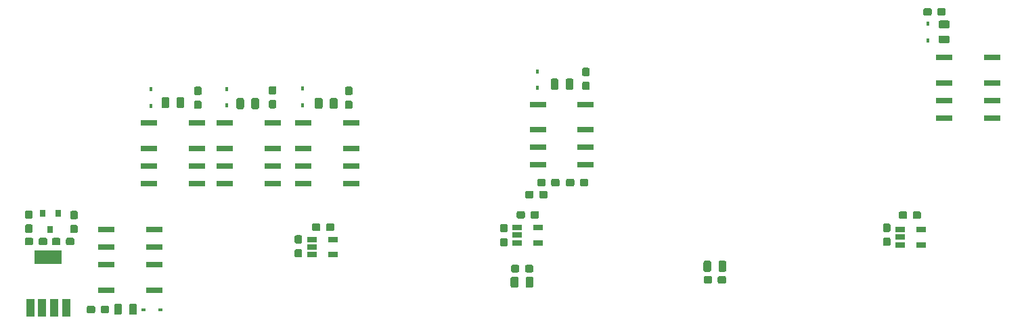
<source format=gbr>
G04 #@! TF.GenerationSoftware,KiCad,Pcbnew,(5.1.5)-3*
G04 #@! TF.CreationDate,2021-03-25T21:43:08+01:00*
G04 #@! TF.ProjectId,tiepieLCR,74696570-6965-44c4-9352-2e6b69636164,rev?*
G04 #@! TF.SameCoordinates,Original*
G04 #@! TF.FileFunction,Paste,Top*
G04 #@! TF.FilePolarity,Positive*
%FSLAX46Y46*%
G04 Gerber Fmt 4.6, Leading zero omitted, Abs format (unit mm)*
G04 Created by KiCad (PCBNEW (5.1.5)-3) date 2021-03-25 21:43:08*
%MOMM*%
%LPD*%
G04 APERTURE LIST*
%ADD10R,1.000000X2.200000*%
%ADD11R,3.400000X1.800000*%
%ADD12R,2.000000X0.700000*%
%ADD13R,0.450000X0.600000*%
%ADD14R,0.800000X0.900000*%
%ADD15C,0.100000*%
%ADD16R,0.600000X0.450000*%
%ADD17R,1.220000X0.650000*%
G04 APERTURE END LIST*
D10*
X-3750000Y-47175000D03*
X-6750000Y-47175000D03*
D11*
X-6000000Y-40875000D03*
D10*
X-5250000Y-47175000D03*
X-8250000Y-47175000D03*
D12*
X106075000Y-15800000D03*
X106075000Y-19000000D03*
X106075000Y-21200000D03*
X106075000Y-23400000D03*
X112075000Y-23400000D03*
X112075000Y-21200000D03*
X112075000Y-19000000D03*
X112075000Y-15800000D03*
D13*
X16300000Y-19750000D03*
X16300000Y-21850000D03*
D12*
X1300000Y-45000000D03*
X1300000Y-41800000D03*
X1300000Y-39600000D03*
X1300000Y-37400000D03*
X7300000Y-37400000D03*
X7300000Y-39600000D03*
X7300000Y-41800000D03*
X7300000Y-45000000D03*
X22100000Y-24000000D03*
X22100000Y-27200000D03*
X22100000Y-29400000D03*
X22100000Y-31600000D03*
X16100000Y-31600000D03*
X16100000Y-29400000D03*
X16100000Y-27200000D03*
X16100000Y-24000000D03*
D14*
X-5725000Y-37400000D03*
X-6675000Y-35400000D03*
X-4775000Y-35400000D03*
D15*
G36*
X51260779Y-36701144D02*
G01*
X51283834Y-36704563D01*
X51306443Y-36710227D01*
X51328387Y-36718079D01*
X51349457Y-36728044D01*
X51369448Y-36740026D01*
X51388168Y-36753910D01*
X51405438Y-36769562D01*
X51421090Y-36786832D01*
X51434974Y-36805552D01*
X51446956Y-36825543D01*
X51456921Y-36846613D01*
X51464773Y-36868557D01*
X51470437Y-36891166D01*
X51473856Y-36914221D01*
X51475000Y-36937500D01*
X51475000Y-37512500D01*
X51473856Y-37535779D01*
X51470437Y-37558834D01*
X51464773Y-37581443D01*
X51456921Y-37603387D01*
X51446956Y-37624457D01*
X51434974Y-37644448D01*
X51421090Y-37663168D01*
X51405438Y-37680438D01*
X51388168Y-37696090D01*
X51369448Y-37709974D01*
X51349457Y-37721956D01*
X51328387Y-37731921D01*
X51306443Y-37739773D01*
X51283834Y-37745437D01*
X51260779Y-37748856D01*
X51237500Y-37750000D01*
X50762500Y-37750000D01*
X50739221Y-37748856D01*
X50716166Y-37745437D01*
X50693557Y-37739773D01*
X50671613Y-37731921D01*
X50650543Y-37721956D01*
X50630552Y-37709974D01*
X50611832Y-37696090D01*
X50594562Y-37680438D01*
X50578910Y-37663168D01*
X50565026Y-37644448D01*
X50553044Y-37624457D01*
X50543079Y-37603387D01*
X50535227Y-37581443D01*
X50529563Y-37558834D01*
X50526144Y-37535779D01*
X50525000Y-37512500D01*
X50525000Y-36937500D01*
X50526144Y-36914221D01*
X50529563Y-36891166D01*
X50535227Y-36868557D01*
X50543079Y-36846613D01*
X50553044Y-36825543D01*
X50565026Y-36805552D01*
X50578910Y-36786832D01*
X50594562Y-36769562D01*
X50611832Y-36753910D01*
X50630552Y-36740026D01*
X50650543Y-36728044D01*
X50671613Y-36718079D01*
X50693557Y-36710227D01*
X50716166Y-36704563D01*
X50739221Y-36701144D01*
X50762500Y-36700000D01*
X51237500Y-36700000D01*
X51260779Y-36701144D01*
G37*
G36*
X51260779Y-38451144D02*
G01*
X51283834Y-38454563D01*
X51306443Y-38460227D01*
X51328387Y-38468079D01*
X51349457Y-38478044D01*
X51369448Y-38490026D01*
X51388168Y-38503910D01*
X51405438Y-38519562D01*
X51421090Y-38536832D01*
X51434974Y-38555552D01*
X51446956Y-38575543D01*
X51456921Y-38596613D01*
X51464773Y-38618557D01*
X51470437Y-38641166D01*
X51473856Y-38664221D01*
X51475000Y-38687500D01*
X51475000Y-39262500D01*
X51473856Y-39285779D01*
X51470437Y-39308834D01*
X51464773Y-39331443D01*
X51456921Y-39353387D01*
X51446956Y-39374457D01*
X51434974Y-39394448D01*
X51421090Y-39413168D01*
X51405438Y-39430438D01*
X51388168Y-39446090D01*
X51369448Y-39459974D01*
X51349457Y-39471956D01*
X51328387Y-39481921D01*
X51306443Y-39489773D01*
X51283834Y-39495437D01*
X51260779Y-39498856D01*
X51237500Y-39500000D01*
X50762500Y-39500000D01*
X50739221Y-39498856D01*
X50716166Y-39495437D01*
X50693557Y-39489773D01*
X50671613Y-39481921D01*
X50650543Y-39471956D01*
X50630552Y-39459974D01*
X50611832Y-39446090D01*
X50594562Y-39430438D01*
X50578910Y-39413168D01*
X50565026Y-39394448D01*
X50553044Y-39374457D01*
X50543079Y-39353387D01*
X50535227Y-39331443D01*
X50529563Y-39308834D01*
X50526144Y-39285779D01*
X50525000Y-39262500D01*
X50525000Y-38687500D01*
X50526144Y-38664221D01*
X50529563Y-38641166D01*
X50535227Y-38618557D01*
X50543079Y-38596613D01*
X50553044Y-38575543D01*
X50565026Y-38555552D01*
X50578910Y-38536832D01*
X50594562Y-38519562D01*
X50611832Y-38503910D01*
X50630552Y-38490026D01*
X50650543Y-38478044D01*
X50671613Y-38468079D01*
X50693557Y-38460227D01*
X50716166Y-38454563D01*
X50739221Y-38451144D01*
X50762500Y-38450000D01*
X51237500Y-38450000D01*
X51260779Y-38451144D01*
G37*
G36*
X55185779Y-35076144D02*
G01*
X55208834Y-35079563D01*
X55231443Y-35085227D01*
X55253387Y-35093079D01*
X55274457Y-35103044D01*
X55294448Y-35115026D01*
X55313168Y-35128910D01*
X55330438Y-35144562D01*
X55346090Y-35161832D01*
X55359974Y-35180552D01*
X55371956Y-35200543D01*
X55381921Y-35221613D01*
X55389773Y-35243557D01*
X55395437Y-35266166D01*
X55398856Y-35289221D01*
X55400000Y-35312500D01*
X55400000Y-35787500D01*
X55398856Y-35810779D01*
X55395437Y-35833834D01*
X55389773Y-35856443D01*
X55381921Y-35878387D01*
X55371956Y-35899457D01*
X55359974Y-35919448D01*
X55346090Y-35938168D01*
X55330438Y-35955438D01*
X55313168Y-35971090D01*
X55294448Y-35984974D01*
X55274457Y-35996956D01*
X55253387Y-36006921D01*
X55231443Y-36014773D01*
X55208834Y-36020437D01*
X55185779Y-36023856D01*
X55162500Y-36025000D01*
X54587500Y-36025000D01*
X54564221Y-36023856D01*
X54541166Y-36020437D01*
X54518557Y-36014773D01*
X54496613Y-36006921D01*
X54475543Y-35996956D01*
X54455552Y-35984974D01*
X54436832Y-35971090D01*
X54419562Y-35955438D01*
X54403910Y-35938168D01*
X54390026Y-35919448D01*
X54378044Y-35899457D01*
X54368079Y-35878387D01*
X54360227Y-35856443D01*
X54354563Y-35833834D01*
X54351144Y-35810779D01*
X54350000Y-35787500D01*
X54350000Y-35312500D01*
X54351144Y-35289221D01*
X54354563Y-35266166D01*
X54360227Y-35243557D01*
X54368079Y-35221613D01*
X54378044Y-35200543D01*
X54390026Y-35180552D01*
X54403910Y-35161832D01*
X54419562Y-35144562D01*
X54436832Y-35128910D01*
X54455552Y-35115026D01*
X54475543Y-35103044D01*
X54496613Y-35093079D01*
X54518557Y-35085227D01*
X54541166Y-35079563D01*
X54564221Y-35076144D01*
X54587500Y-35075000D01*
X55162500Y-35075000D01*
X55185779Y-35076144D01*
G37*
G36*
X53435779Y-35076144D02*
G01*
X53458834Y-35079563D01*
X53481443Y-35085227D01*
X53503387Y-35093079D01*
X53524457Y-35103044D01*
X53544448Y-35115026D01*
X53563168Y-35128910D01*
X53580438Y-35144562D01*
X53596090Y-35161832D01*
X53609974Y-35180552D01*
X53621956Y-35200543D01*
X53631921Y-35221613D01*
X53639773Y-35243557D01*
X53645437Y-35266166D01*
X53648856Y-35289221D01*
X53650000Y-35312500D01*
X53650000Y-35787500D01*
X53648856Y-35810779D01*
X53645437Y-35833834D01*
X53639773Y-35856443D01*
X53631921Y-35878387D01*
X53621956Y-35899457D01*
X53609974Y-35919448D01*
X53596090Y-35938168D01*
X53580438Y-35955438D01*
X53563168Y-35971090D01*
X53544448Y-35984974D01*
X53524457Y-35996956D01*
X53503387Y-36006921D01*
X53481443Y-36014773D01*
X53458834Y-36020437D01*
X53435779Y-36023856D01*
X53412500Y-36025000D01*
X52837500Y-36025000D01*
X52814221Y-36023856D01*
X52791166Y-36020437D01*
X52768557Y-36014773D01*
X52746613Y-36006921D01*
X52725543Y-35996956D01*
X52705552Y-35984974D01*
X52686832Y-35971090D01*
X52669562Y-35955438D01*
X52653910Y-35938168D01*
X52640026Y-35919448D01*
X52628044Y-35899457D01*
X52618079Y-35878387D01*
X52610227Y-35856443D01*
X52604563Y-35833834D01*
X52601144Y-35810779D01*
X52600000Y-35787500D01*
X52600000Y-35312500D01*
X52601144Y-35289221D01*
X52604563Y-35266166D01*
X52610227Y-35243557D01*
X52618079Y-35221613D01*
X52628044Y-35200543D01*
X52640026Y-35180552D01*
X52653910Y-35161832D01*
X52669562Y-35144562D01*
X52686832Y-35128910D01*
X52705552Y-35115026D01*
X52725543Y-35103044D01*
X52746613Y-35093079D01*
X52768557Y-35085227D01*
X52791166Y-35079563D01*
X52814221Y-35076144D01*
X52837500Y-35075000D01*
X53412500Y-35075000D01*
X53435779Y-35076144D01*
G37*
G36*
X25560779Y-38101144D02*
G01*
X25583834Y-38104563D01*
X25606443Y-38110227D01*
X25628387Y-38118079D01*
X25649457Y-38128044D01*
X25669448Y-38140026D01*
X25688168Y-38153910D01*
X25705438Y-38169562D01*
X25721090Y-38186832D01*
X25734974Y-38205552D01*
X25746956Y-38225543D01*
X25756921Y-38246613D01*
X25764773Y-38268557D01*
X25770437Y-38291166D01*
X25773856Y-38314221D01*
X25775000Y-38337500D01*
X25775000Y-38912500D01*
X25773856Y-38935779D01*
X25770437Y-38958834D01*
X25764773Y-38981443D01*
X25756921Y-39003387D01*
X25746956Y-39024457D01*
X25734974Y-39044448D01*
X25721090Y-39063168D01*
X25705438Y-39080438D01*
X25688168Y-39096090D01*
X25669448Y-39109974D01*
X25649457Y-39121956D01*
X25628387Y-39131921D01*
X25606443Y-39139773D01*
X25583834Y-39145437D01*
X25560779Y-39148856D01*
X25537500Y-39150000D01*
X25062500Y-39150000D01*
X25039221Y-39148856D01*
X25016166Y-39145437D01*
X24993557Y-39139773D01*
X24971613Y-39131921D01*
X24950543Y-39121956D01*
X24930552Y-39109974D01*
X24911832Y-39096090D01*
X24894562Y-39080438D01*
X24878910Y-39063168D01*
X24865026Y-39044448D01*
X24853044Y-39024457D01*
X24843079Y-39003387D01*
X24835227Y-38981443D01*
X24829563Y-38958834D01*
X24826144Y-38935779D01*
X24825000Y-38912500D01*
X24825000Y-38337500D01*
X24826144Y-38314221D01*
X24829563Y-38291166D01*
X24835227Y-38268557D01*
X24843079Y-38246613D01*
X24853044Y-38225543D01*
X24865026Y-38205552D01*
X24878910Y-38186832D01*
X24894562Y-38169562D01*
X24911832Y-38153910D01*
X24930552Y-38140026D01*
X24950543Y-38128044D01*
X24971613Y-38118079D01*
X24993557Y-38110227D01*
X25016166Y-38104563D01*
X25039221Y-38101144D01*
X25062500Y-38100000D01*
X25537500Y-38100000D01*
X25560779Y-38101144D01*
G37*
G36*
X25560779Y-39851144D02*
G01*
X25583834Y-39854563D01*
X25606443Y-39860227D01*
X25628387Y-39868079D01*
X25649457Y-39878044D01*
X25669448Y-39890026D01*
X25688168Y-39903910D01*
X25705438Y-39919562D01*
X25721090Y-39936832D01*
X25734974Y-39955552D01*
X25746956Y-39975543D01*
X25756921Y-39996613D01*
X25764773Y-40018557D01*
X25770437Y-40041166D01*
X25773856Y-40064221D01*
X25775000Y-40087500D01*
X25775000Y-40662500D01*
X25773856Y-40685779D01*
X25770437Y-40708834D01*
X25764773Y-40731443D01*
X25756921Y-40753387D01*
X25746956Y-40774457D01*
X25734974Y-40794448D01*
X25721090Y-40813168D01*
X25705438Y-40830438D01*
X25688168Y-40846090D01*
X25669448Y-40859974D01*
X25649457Y-40871956D01*
X25628387Y-40881921D01*
X25606443Y-40889773D01*
X25583834Y-40895437D01*
X25560779Y-40898856D01*
X25537500Y-40900000D01*
X25062500Y-40900000D01*
X25039221Y-40898856D01*
X25016166Y-40895437D01*
X24993557Y-40889773D01*
X24971613Y-40881921D01*
X24950543Y-40871956D01*
X24930552Y-40859974D01*
X24911832Y-40846090D01*
X24894562Y-40830438D01*
X24878910Y-40813168D01*
X24865026Y-40794448D01*
X24853044Y-40774457D01*
X24843079Y-40753387D01*
X24835227Y-40731443D01*
X24829563Y-40708834D01*
X24826144Y-40685779D01*
X24825000Y-40662500D01*
X24825000Y-40087500D01*
X24826144Y-40064221D01*
X24829563Y-40041166D01*
X24835227Y-40018557D01*
X24843079Y-39996613D01*
X24853044Y-39975543D01*
X24865026Y-39955552D01*
X24878910Y-39936832D01*
X24894562Y-39919562D01*
X24911832Y-39903910D01*
X24930552Y-39890026D01*
X24950543Y-39878044D01*
X24971613Y-39868079D01*
X24993557Y-39860227D01*
X25016166Y-39854563D01*
X25039221Y-39851144D01*
X25062500Y-39850000D01*
X25537500Y-39850000D01*
X25560779Y-39851144D01*
G37*
G36*
X29585779Y-36626144D02*
G01*
X29608834Y-36629563D01*
X29631443Y-36635227D01*
X29653387Y-36643079D01*
X29674457Y-36653044D01*
X29694448Y-36665026D01*
X29713168Y-36678910D01*
X29730438Y-36694562D01*
X29746090Y-36711832D01*
X29759974Y-36730552D01*
X29771956Y-36750543D01*
X29781921Y-36771613D01*
X29789773Y-36793557D01*
X29795437Y-36816166D01*
X29798856Y-36839221D01*
X29800000Y-36862500D01*
X29800000Y-37337500D01*
X29798856Y-37360779D01*
X29795437Y-37383834D01*
X29789773Y-37406443D01*
X29781921Y-37428387D01*
X29771956Y-37449457D01*
X29759974Y-37469448D01*
X29746090Y-37488168D01*
X29730438Y-37505438D01*
X29713168Y-37521090D01*
X29694448Y-37534974D01*
X29674457Y-37546956D01*
X29653387Y-37556921D01*
X29631443Y-37564773D01*
X29608834Y-37570437D01*
X29585779Y-37573856D01*
X29562500Y-37575000D01*
X28987500Y-37575000D01*
X28964221Y-37573856D01*
X28941166Y-37570437D01*
X28918557Y-37564773D01*
X28896613Y-37556921D01*
X28875543Y-37546956D01*
X28855552Y-37534974D01*
X28836832Y-37521090D01*
X28819562Y-37505438D01*
X28803910Y-37488168D01*
X28790026Y-37469448D01*
X28778044Y-37449457D01*
X28768079Y-37428387D01*
X28760227Y-37406443D01*
X28754563Y-37383834D01*
X28751144Y-37360779D01*
X28750000Y-37337500D01*
X28750000Y-36862500D01*
X28751144Y-36839221D01*
X28754563Y-36816166D01*
X28760227Y-36793557D01*
X28768079Y-36771613D01*
X28778044Y-36750543D01*
X28790026Y-36730552D01*
X28803910Y-36711832D01*
X28819562Y-36694562D01*
X28836832Y-36678910D01*
X28855552Y-36665026D01*
X28875543Y-36653044D01*
X28896613Y-36643079D01*
X28918557Y-36635227D01*
X28941166Y-36629563D01*
X28964221Y-36626144D01*
X28987500Y-36625000D01*
X29562500Y-36625000D01*
X29585779Y-36626144D01*
G37*
G36*
X27835779Y-36626144D02*
G01*
X27858834Y-36629563D01*
X27881443Y-36635227D01*
X27903387Y-36643079D01*
X27924457Y-36653044D01*
X27944448Y-36665026D01*
X27963168Y-36678910D01*
X27980438Y-36694562D01*
X27996090Y-36711832D01*
X28009974Y-36730552D01*
X28021956Y-36750543D01*
X28031921Y-36771613D01*
X28039773Y-36793557D01*
X28045437Y-36816166D01*
X28048856Y-36839221D01*
X28050000Y-36862500D01*
X28050000Y-37337500D01*
X28048856Y-37360779D01*
X28045437Y-37383834D01*
X28039773Y-37406443D01*
X28031921Y-37428387D01*
X28021956Y-37449457D01*
X28009974Y-37469448D01*
X27996090Y-37488168D01*
X27980438Y-37505438D01*
X27963168Y-37521090D01*
X27944448Y-37534974D01*
X27924457Y-37546956D01*
X27903387Y-37556921D01*
X27881443Y-37564773D01*
X27858834Y-37570437D01*
X27835779Y-37573856D01*
X27812500Y-37575000D01*
X27237500Y-37575000D01*
X27214221Y-37573856D01*
X27191166Y-37570437D01*
X27168557Y-37564773D01*
X27146613Y-37556921D01*
X27125543Y-37546956D01*
X27105552Y-37534974D01*
X27086832Y-37521090D01*
X27069562Y-37505438D01*
X27053910Y-37488168D01*
X27040026Y-37469448D01*
X27028044Y-37449457D01*
X27018079Y-37428387D01*
X27010227Y-37406443D01*
X27004563Y-37383834D01*
X27001144Y-37360779D01*
X27000000Y-37337500D01*
X27000000Y-36862500D01*
X27001144Y-36839221D01*
X27004563Y-36816166D01*
X27010227Y-36793557D01*
X27018079Y-36771613D01*
X27028044Y-36750543D01*
X27040026Y-36730552D01*
X27053910Y-36711832D01*
X27069562Y-36694562D01*
X27086832Y-36678910D01*
X27105552Y-36665026D01*
X27125543Y-36653044D01*
X27146613Y-36643079D01*
X27168557Y-36635227D01*
X27191166Y-36629563D01*
X27214221Y-36626144D01*
X27237500Y-36625000D01*
X27812500Y-36625000D01*
X27835779Y-36626144D01*
G37*
G36*
X99160779Y-38401144D02*
G01*
X99183834Y-38404563D01*
X99206443Y-38410227D01*
X99228387Y-38418079D01*
X99249457Y-38428044D01*
X99269448Y-38440026D01*
X99288168Y-38453910D01*
X99305438Y-38469562D01*
X99321090Y-38486832D01*
X99334974Y-38505552D01*
X99346956Y-38525543D01*
X99356921Y-38546613D01*
X99364773Y-38568557D01*
X99370437Y-38591166D01*
X99373856Y-38614221D01*
X99375000Y-38637500D01*
X99375000Y-39212500D01*
X99373856Y-39235779D01*
X99370437Y-39258834D01*
X99364773Y-39281443D01*
X99356921Y-39303387D01*
X99346956Y-39324457D01*
X99334974Y-39344448D01*
X99321090Y-39363168D01*
X99305438Y-39380438D01*
X99288168Y-39396090D01*
X99269448Y-39409974D01*
X99249457Y-39421956D01*
X99228387Y-39431921D01*
X99206443Y-39439773D01*
X99183834Y-39445437D01*
X99160779Y-39448856D01*
X99137500Y-39450000D01*
X98662500Y-39450000D01*
X98639221Y-39448856D01*
X98616166Y-39445437D01*
X98593557Y-39439773D01*
X98571613Y-39431921D01*
X98550543Y-39421956D01*
X98530552Y-39409974D01*
X98511832Y-39396090D01*
X98494562Y-39380438D01*
X98478910Y-39363168D01*
X98465026Y-39344448D01*
X98453044Y-39324457D01*
X98443079Y-39303387D01*
X98435227Y-39281443D01*
X98429563Y-39258834D01*
X98426144Y-39235779D01*
X98425000Y-39212500D01*
X98425000Y-38637500D01*
X98426144Y-38614221D01*
X98429563Y-38591166D01*
X98435227Y-38568557D01*
X98443079Y-38546613D01*
X98453044Y-38525543D01*
X98465026Y-38505552D01*
X98478910Y-38486832D01*
X98494562Y-38469562D01*
X98511832Y-38453910D01*
X98530552Y-38440026D01*
X98550543Y-38428044D01*
X98571613Y-38418079D01*
X98593557Y-38410227D01*
X98616166Y-38404563D01*
X98639221Y-38401144D01*
X98662500Y-38400000D01*
X99137500Y-38400000D01*
X99160779Y-38401144D01*
G37*
G36*
X99160779Y-36651144D02*
G01*
X99183834Y-36654563D01*
X99206443Y-36660227D01*
X99228387Y-36668079D01*
X99249457Y-36678044D01*
X99269448Y-36690026D01*
X99288168Y-36703910D01*
X99305438Y-36719562D01*
X99321090Y-36736832D01*
X99334974Y-36755552D01*
X99346956Y-36775543D01*
X99356921Y-36796613D01*
X99364773Y-36818557D01*
X99370437Y-36841166D01*
X99373856Y-36864221D01*
X99375000Y-36887500D01*
X99375000Y-37462500D01*
X99373856Y-37485779D01*
X99370437Y-37508834D01*
X99364773Y-37531443D01*
X99356921Y-37553387D01*
X99346956Y-37574457D01*
X99334974Y-37594448D01*
X99321090Y-37613168D01*
X99305438Y-37630438D01*
X99288168Y-37646090D01*
X99269448Y-37659974D01*
X99249457Y-37671956D01*
X99228387Y-37681921D01*
X99206443Y-37689773D01*
X99183834Y-37695437D01*
X99160779Y-37698856D01*
X99137500Y-37700000D01*
X98662500Y-37700000D01*
X98639221Y-37698856D01*
X98616166Y-37695437D01*
X98593557Y-37689773D01*
X98571613Y-37681921D01*
X98550543Y-37671956D01*
X98530552Y-37659974D01*
X98511832Y-37646090D01*
X98494562Y-37630438D01*
X98478910Y-37613168D01*
X98465026Y-37594448D01*
X98453044Y-37574457D01*
X98443079Y-37553387D01*
X98435227Y-37531443D01*
X98429563Y-37508834D01*
X98426144Y-37485779D01*
X98425000Y-37462500D01*
X98425000Y-36887500D01*
X98426144Y-36864221D01*
X98429563Y-36841166D01*
X98435227Y-36818557D01*
X98443079Y-36796613D01*
X98453044Y-36775543D01*
X98465026Y-36755552D01*
X98478910Y-36736832D01*
X98494562Y-36719562D01*
X98511832Y-36703910D01*
X98530552Y-36690026D01*
X98550543Y-36678044D01*
X98571613Y-36668079D01*
X98593557Y-36660227D01*
X98616166Y-36654563D01*
X98639221Y-36651144D01*
X98662500Y-36650000D01*
X99137500Y-36650000D01*
X99160779Y-36651144D01*
G37*
G36*
X102985779Y-35126144D02*
G01*
X103008834Y-35129563D01*
X103031443Y-35135227D01*
X103053387Y-35143079D01*
X103074457Y-35153044D01*
X103094448Y-35165026D01*
X103113168Y-35178910D01*
X103130438Y-35194562D01*
X103146090Y-35211832D01*
X103159974Y-35230552D01*
X103171956Y-35250543D01*
X103181921Y-35271613D01*
X103189773Y-35293557D01*
X103195437Y-35316166D01*
X103198856Y-35339221D01*
X103200000Y-35362500D01*
X103200000Y-35837500D01*
X103198856Y-35860779D01*
X103195437Y-35883834D01*
X103189773Y-35906443D01*
X103181921Y-35928387D01*
X103171956Y-35949457D01*
X103159974Y-35969448D01*
X103146090Y-35988168D01*
X103130438Y-36005438D01*
X103113168Y-36021090D01*
X103094448Y-36034974D01*
X103074457Y-36046956D01*
X103053387Y-36056921D01*
X103031443Y-36064773D01*
X103008834Y-36070437D01*
X102985779Y-36073856D01*
X102962500Y-36075000D01*
X102387500Y-36075000D01*
X102364221Y-36073856D01*
X102341166Y-36070437D01*
X102318557Y-36064773D01*
X102296613Y-36056921D01*
X102275543Y-36046956D01*
X102255552Y-36034974D01*
X102236832Y-36021090D01*
X102219562Y-36005438D01*
X102203910Y-35988168D01*
X102190026Y-35969448D01*
X102178044Y-35949457D01*
X102168079Y-35928387D01*
X102160227Y-35906443D01*
X102154563Y-35883834D01*
X102151144Y-35860779D01*
X102150000Y-35837500D01*
X102150000Y-35362500D01*
X102151144Y-35339221D01*
X102154563Y-35316166D01*
X102160227Y-35293557D01*
X102168079Y-35271613D01*
X102178044Y-35250543D01*
X102190026Y-35230552D01*
X102203910Y-35211832D01*
X102219562Y-35194562D01*
X102236832Y-35178910D01*
X102255552Y-35165026D01*
X102275543Y-35153044D01*
X102296613Y-35143079D01*
X102318557Y-35135227D01*
X102341166Y-35129563D01*
X102364221Y-35126144D01*
X102387500Y-35125000D01*
X102962500Y-35125000D01*
X102985779Y-35126144D01*
G37*
G36*
X101235779Y-35126144D02*
G01*
X101258834Y-35129563D01*
X101281443Y-35135227D01*
X101303387Y-35143079D01*
X101324457Y-35153044D01*
X101344448Y-35165026D01*
X101363168Y-35178910D01*
X101380438Y-35194562D01*
X101396090Y-35211832D01*
X101409974Y-35230552D01*
X101421956Y-35250543D01*
X101431921Y-35271613D01*
X101439773Y-35293557D01*
X101445437Y-35316166D01*
X101448856Y-35339221D01*
X101450000Y-35362500D01*
X101450000Y-35837500D01*
X101448856Y-35860779D01*
X101445437Y-35883834D01*
X101439773Y-35906443D01*
X101431921Y-35928387D01*
X101421956Y-35949457D01*
X101409974Y-35969448D01*
X101396090Y-35988168D01*
X101380438Y-36005438D01*
X101363168Y-36021090D01*
X101344448Y-36034974D01*
X101324457Y-36046956D01*
X101303387Y-36056921D01*
X101281443Y-36064773D01*
X101258834Y-36070437D01*
X101235779Y-36073856D01*
X101212500Y-36075000D01*
X100637500Y-36075000D01*
X100614221Y-36073856D01*
X100591166Y-36070437D01*
X100568557Y-36064773D01*
X100546613Y-36056921D01*
X100525543Y-36046956D01*
X100505552Y-36034974D01*
X100486832Y-36021090D01*
X100469562Y-36005438D01*
X100453910Y-35988168D01*
X100440026Y-35969448D01*
X100428044Y-35949457D01*
X100418079Y-35928387D01*
X100410227Y-35906443D01*
X100404563Y-35883834D01*
X100401144Y-35860779D01*
X100400000Y-35837500D01*
X100400000Y-35362500D01*
X100401144Y-35339221D01*
X100404563Y-35316166D01*
X100410227Y-35293557D01*
X100418079Y-35271613D01*
X100428044Y-35250543D01*
X100440026Y-35230552D01*
X100453910Y-35211832D01*
X100469562Y-35194562D01*
X100486832Y-35178910D01*
X100505552Y-35165026D01*
X100525543Y-35153044D01*
X100546613Y-35143079D01*
X100568557Y-35135227D01*
X100591166Y-35129563D01*
X100614221Y-35126144D01*
X100637500Y-35125000D01*
X101212500Y-35125000D01*
X101235779Y-35126144D01*
G37*
G36*
X54480142Y-43301174D02*
G01*
X54503803Y-43304684D01*
X54527007Y-43310496D01*
X54549529Y-43318554D01*
X54571153Y-43328782D01*
X54591670Y-43341079D01*
X54610883Y-43355329D01*
X54628607Y-43371393D01*
X54644671Y-43389117D01*
X54658921Y-43408330D01*
X54671218Y-43428847D01*
X54681446Y-43450471D01*
X54689504Y-43472993D01*
X54695316Y-43496197D01*
X54698826Y-43519858D01*
X54700000Y-43543750D01*
X54700000Y-44456250D01*
X54698826Y-44480142D01*
X54695316Y-44503803D01*
X54689504Y-44527007D01*
X54681446Y-44549529D01*
X54671218Y-44571153D01*
X54658921Y-44591670D01*
X54644671Y-44610883D01*
X54628607Y-44628607D01*
X54610883Y-44644671D01*
X54591670Y-44658921D01*
X54571153Y-44671218D01*
X54549529Y-44681446D01*
X54527007Y-44689504D01*
X54503803Y-44695316D01*
X54480142Y-44698826D01*
X54456250Y-44700000D01*
X53968750Y-44700000D01*
X53944858Y-44698826D01*
X53921197Y-44695316D01*
X53897993Y-44689504D01*
X53875471Y-44681446D01*
X53853847Y-44671218D01*
X53833330Y-44658921D01*
X53814117Y-44644671D01*
X53796393Y-44628607D01*
X53780329Y-44610883D01*
X53766079Y-44591670D01*
X53753782Y-44571153D01*
X53743554Y-44549529D01*
X53735496Y-44527007D01*
X53729684Y-44503803D01*
X53726174Y-44480142D01*
X53725000Y-44456250D01*
X53725000Y-43543750D01*
X53726174Y-43519858D01*
X53729684Y-43496197D01*
X53735496Y-43472993D01*
X53743554Y-43450471D01*
X53753782Y-43428847D01*
X53766079Y-43408330D01*
X53780329Y-43389117D01*
X53796393Y-43371393D01*
X53814117Y-43355329D01*
X53833330Y-43341079D01*
X53853847Y-43328782D01*
X53875471Y-43318554D01*
X53897993Y-43310496D01*
X53921197Y-43304684D01*
X53944858Y-43301174D01*
X53968750Y-43300000D01*
X54456250Y-43300000D01*
X54480142Y-43301174D01*
G37*
G36*
X52605142Y-43301174D02*
G01*
X52628803Y-43304684D01*
X52652007Y-43310496D01*
X52674529Y-43318554D01*
X52696153Y-43328782D01*
X52716670Y-43341079D01*
X52735883Y-43355329D01*
X52753607Y-43371393D01*
X52769671Y-43389117D01*
X52783921Y-43408330D01*
X52796218Y-43428847D01*
X52806446Y-43450471D01*
X52814504Y-43472993D01*
X52820316Y-43496197D01*
X52823826Y-43519858D01*
X52825000Y-43543750D01*
X52825000Y-44456250D01*
X52823826Y-44480142D01*
X52820316Y-44503803D01*
X52814504Y-44527007D01*
X52806446Y-44549529D01*
X52796218Y-44571153D01*
X52783921Y-44591670D01*
X52769671Y-44610883D01*
X52753607Y-44628607D01*
X52735883Y-44644671D01*
X52716670Y-44658921D01*
X52696153Y-44671218D01*
X52674529Y-44681446D01*
X52652007Y-44689504D01*
X52628803Y-44695316D01*
X52605142Y-44698826D01*
X52581250Y-44700000D01*
X52093750Y-44700000D01*
X52069858Y-44698826D01*
X52046197Y-44695316D01*
X52022993Y-44689504D01*
X52000471Y-44681446D01*
X51978847Y-44671218D01*
X51958330Y-44658921D01*
X51939117Y-44644671D01*
X51921393Y-44628607D01*
X51905329Y-44610883D01*
X51891079Y-44591670D01*
X51878782Y-44571153D01*
X51868554Y-44549529D01*
X51860496Y-44527007D01*
X51854684Y-44503803D01*
X51851174Y-44480142D01*
X51850000Y-44456250D01*
X51850000Y-43543750D01*
X51851174Y-43519858D01*
X51854684Y-43496197D01*
X51860496Y-43472993D01*
X51868554Y-43450471D01*
X51878782Y-43428847D01*
X51891079Y-43408330D01*
X51905329Y-43389117D01*
X51921393Y-43371393D01*
X51939117Y-43355329D01*
X51958330Y-43341079D01*
X51978847Y-43328782D01*
X52000471Y-43318554D01*
X52022993Y-43310496D01*
X52046197Y-43304684D01*
X52069858Y-43301174D01*
X52093750Y-43300000D01*
X52581250Y-43300000D01*
X52605142Y-43301174D01*
G37*
G36*
X78605142Y-41301174D02*
G01*
X78628803Y-41304684D01*
X78652007Y-41310496D01*
X78674529Y-41318554D01*
X78696153Y-41328782D01*
X78716670Y-41341079D01*
X78735883Y-41355329D01*
X78753607Y-41371393D01*
X78769671Y-41389117D01*
X78783921Y-41408330D01*
X78796218Y-41428847D01*
X78806446Y-41450471D01*
X78814504Y-41472993D01*
X78820316Y-41496197D01*
X78823826Y-41519858D01*
X78825000Y-41543750D01*
X78825000Y-42456250D01*
X78823826Y-42480142D01*
X78820316Y-42503803D01*
X78814504Y-42527007D01*
X78806446Y-42549529D01*
X78796218Y-42571153D01*
X78783921Y-42591670D01*
X78769671Y-42610883D01*
X78753607Y-42628607D01*
X78735883Y-42644671D01*
X78716670Y-42658921D01*
X78696153Y-42671218D01*
X78674529Y-42681446D01*
X78652007Y-42689504D01*
X78628803Y-42695316D01*
X78605142Y-42698826D01*
X78581250Y-42700000D01*
X78093750Y-42700000D01*
X78069858Y-42698826D01*
X78046197Y-42695316D01*
X78022993Y-42689504D01*
X78000471Y-42681446D01*
X77978847Y-42671218D01*
X77958330Y-42658921D01*
X77939117Y-42644671D01*
X77921393Y-42628607D01*
X77905329Y-42610883D01*
X77891079Y-42591670D01*
X77878782Y-42571153D01*
X77868554Y-42549529D01*
X77860496Y-42527007D01*
X77854684Y-42503803D01*
X77851174Y-42480142D01*
X77850000Y-42456250D01*
X77850000Y-41543750D01*
X77851174Y-41519858D01*
X77854684Y-41496197D01*
X77860496Y-41472993D01*
X77868554Y-41450471D01*
X77878782Y-41428847D01*
X77891079Y-41408330D01*
X77905329Y-41389117D01*
X77921393Y-41371393D01*
X77939117Y-41355329D01*
X77958330Y-41341079D01*
X77978847Y-41328782D01*
X78000471Y-41318554D01*
X78022993Y-41310496D01*
X78046197Y-41304684D01*
X78069858Y-41301174D01*
X78093750Y-41300000D01*
X78581250Y-41300000D01*
X78605142Y-41301174D01*
G37*
G36*
X76730142Y-41301174D02*
G01*
X76753803Y-41304684D01*
X76777007Y-41310496D01*
X76799529Y-41318554D01*
X76821153Y-41328782D01*
X76841670Y-41341079D01*
X76860883Y-41355329D01*
X76878607Y-41371393D01*
X76894671Y-41389117D01*
X76908921Y-41408330D01*
X76921218Y-41428847D01*
X76931446Y-41450471D01*
X76939504Y-41472993D01*
X76945316Y-41496197D01*
X76948826Y-41519858D01*
X76950000Y-41543750D01*
X76950000Y-42456250D01*
X76948826Y-42480142D01*
X76945316Y-42503803D01*
X76939504Y-42527007D01*
X76931446Y-42549529D01*
X76921218Y-42571153D01*
X76908921Y-42591670D01*
X76894671Y-42610883D01*
X76878607Y-42628607D01*
X76860883Y-42644671D01*
X76841670Y-42658921D01*
X76821153Y-42671218D01*
X76799529Y-42681446D01*
X76777007Y-42689504D01*
X76753803Y-42695316D01*
X76730142Y-42698826D01*
X76706250Y-42700000D01*
X76218750Y-42700000D01*
X76194858Y-42698826D01*
X76171197Y-42695316D01*
X76147993Y-42689504D01*
X76125471Y-42681446D01*
X76103847Y-42671218D01*
X76083330Y-42658921D01*
X76064117Y-42644671D01*
X76046393Y-42628607D01*
X76030329Y-42610883D01*
X76016079Y-42591670D01*
X76003782Y-42571153D01*
X75993554Y-42549529D01*
X75985496Y-42527007D01*
X75979684Y-42503803D01*
X75976174Y-42480142D01*
X75975000Y-42456250D01*
X75975000Y-41543750D01*
X75976174Y-41519858D01*
X75979684Y-41496197D01*
X75985496Y-41472993D01*
X75993554Y-41450471D01*
X76003782Y-41428847D01*
X76016079Y-41408330D01*
X76030329Y-41389117D01*
X76046393Y-41371393D01*
X76064117Y-41355329D01*
X76083330Y-41341079D01*
X76103847Y-41328782D01*
X76125471Y-41318554D01*
X76147993Y-41310496D01*
X76171197Y-41304684D01*
X76194858Y-41301174D01*
X76218750Y-41300000D01*
X76706250Y-41300000D01*
X76730142Y-41301174D01*
G37*
D16*
X8025000Y-47500000D03*
X5925000Y-47500000D03*
D13*
X6825000Y-19775000D03*
X6825000Y-21875000D03*
X25800000Y-21800000D03*
X25800000Y-19700000D03*
X104075000Y-11550000D03*
X104075000Y-13650000D03*
D12*
X61250000Y-21700000D03*
X61250000Y-24900000D03*
X61250000Y-27100000D03*
X61250000Y-29300000D03*
X55250000Y-29300000D03*
X55250000Y-27100000D03*
X55250000Y-24900000D03*
X55250000Y-21700000D03*
X6600000Y-24000000D03*
X6600000Y-27200000D03*
X6600000Y-29400000D03*
X6600000Y-31600000D03*
X12600000Y-31600000D03*
X12600000Y-29400000D03*
X12600000Y-27200000D03*
X12600000Y-24000000D03*
X25900000Y-24000000D03*
X25900000Y-27200000D03*
X25900000Y-29400000D03*
X25900000Y-31600000D03*
X31900000Y-31600000D03*
X31900000Y-29400000D03*
X31900000Y-27200000D03*
X31900000Y-24000000D03*
D17*
X55310000Y-37150000D03*
X55310000Y-39050000D03*
X52690000Y-39050000D03*
X52690000Y-38100000D03*
X52690000Y-37150000D03*
X26990000Y-38650000D03*
X26990000Y-39600000D03*
X26990000Y-40550000D03*
X29610000Y-40550000D03*
X29610000Y-38650000D03*
X100590000Y-37400000D03*
X100590000Y-38350000D03*
X100590000Y-39300000D03*
X103210000Y-39300000D03*
X103210000Y-37400000D03*
D13*
X55175000Y-17550000D03*
X55175000Y-19650000D03*
D15*
G36*
X-8164221Y-35001144D02*
G01*
X-8141166Y-35004563D01*
X-8118557Y-35010227D01*
X-8096613Y-35018079D01*
X-8075543Y-35028044D01*
X-8055552Y-35040026D01*
X-8036832Y-35053910D01*
X-8019562Y-35069562D01*
X-8003910Y-35086832D01*
X-7990026Y-35105552D01*
X-7978044Y-35125543D01*
X-7968079Y-35146613D01*
X-7960227Y-35168557D01*
X-7954563Y-35191166D01*
X-7951144Y-35214221D01*
X-7950000Y-35237500D01*
X-7950000Y-35812500D01*
X-7951144Y-35835779D01*
X-7954563Y-35858834D01*
X-7960227Y-35881443D01*
X-7968079Y-35903387D01*
X-7978044Y-35924457D01*
X-7990026Y-35944448D01*
X-8003910Y-35963168D01*
X-8019562Y-35980438D01*
X-8036832Y-35996090D01*
X-8055552Y-36009974D01*
X-8075543Y-36021956D01*
X-8096613Y-36031921D01*
X-8118557Y-36039773D01*
X-8141166Y-36045437D01*
X-8164221Y-36048856D01*
X-8187500Y-36050000D01*
X-8662500Y-36050000D01*
X-8685779Y-36048856D01*
X-8708834Y-36045437D01*
X-8731443Y-36039773D01*
X-8753387Y-36031921D01*
X-8774457Y-36021956D01*
X-8794448Y-36009974D01*
X-8813168Y-35996090D01*
X-8830438Y-35980438D01*
X-8846090Y-35963168D01*
X-8859974Y-35944448D01*
X-8871956Y-35924457D01*
X-8881921Y-35903387D01*
X-8889773Y-35881443D01*
X-8895437Y-35858834D01*
X-8898856Y-35835779D01*
X-8900000Y-35812500D01*
X-8900000Y-35237500D01*
X-8898856Y-35214221D01*
X-8895437Y-35191166D01*
X-8889773Y-35168557D01*
X-8881921Y-35146613D01*
X-8871956Y-35125543D01*
X-8859974Y-35105552D01*
X-8846090Y-35086832D01*
X-8830438Y-35069562D01*
X-8813168Y-35053910D01*
X-8794448Y-35040026D01*
X-8774457Y-35028044D01*
X-8753387Y-35018079D01*
X-8731443Y-35010227D01*
X-8708834Y-35004563D01*
X-8685779Y-35001144D01*
X-8662500Y-35000000D01*
X-8187500Y-35000000D01*
X-8164221Y-35001144D01*
G37*
G36*
X-8164221Y-36751144D02*
G01*
X-8141166Y-36754563D01*
X-8118557Y-36760227D01*
X-8096613Y-36768079D01*
X-8075543Y-36778044D01*
X-8055552Y-36790026D01*
X-8036832Y-36803910D01*
X-8019562Y-36819562D01*
X-8003910Y-36836832D01*
X-7990026Y-36855552D01*
X-7978044Y-36875543D01*
X-7968079Y-36896613D01*
X-7960227Y-36918557D01*
X-7954563Y-36941166D01*
X-7951144Y-36964221D01*
X-7950000Y-36987500D01*
X-7950000Y-37562500D01*
X-7951144Y-37585779D01*
X-7954563Y-37608834D01*
X-7960227Y-37631443D01*
X-7968079Y-37653387D01*
X-7978044Y-37674457D01*
X-7990026Y-37694448D01*
X-8003910Y-37713168D01*
X-8019562Y-37730438D01*
X-8036832Y-37746090D01*
X-8055552Y-37759974D01*
X-8075543Y-37771956D01*
X-8096613Y-37781921D01*
X-8118557Y-37789773D01*
X-8141166Y-37795437D01*
X-8164221Y-37798856D01*
X-8187500Y-37800000D01*
X-8662500Y-37800000D01*
X-8685779Y-37798856D01*
X-8708834Y-37795437D01*
X-8731443Y-37789773D01*
X-8753387Y-37781921D01*
X-8774457Y-37771956D01*
X-8794448Y-37759974D01*
X-8813168Y-37746090D01*
X-8830438Y-37730438D01*
X-8846090Y-37713168D01*
X-8859974Y-37694448D01*
X-8871956Y-37674457D01*
X-8881921Y-37653387D01*
X-8889773Y-37631443D01*
X-8895437Y-37608834D01*
X-8898856Y-37585779D01*
X-8900000Y-37562500D01*
X-8900000Y-36987500D01*
X-8898856Y-36964221D01*
X-8895437Y-36941166D01*
X-8889773Y-36918557D01*
X-8881921Y-36896613D01*
X-8871956Y-36875543D01*
X-8859974Y-36855552D01*
X-8846090Y-36836832D01*
X-8830438Y-36819562D01*
X-8813168Y-36803910D01*
X-8794448Y-36790026D01*
X-8774457Y-36778044D01*
X-8753387Y-36768079D01*
X-8731443Y-36760227D01*
X-8708834Y-36754563D01*
X-8685779Y-36751144D01*
X-8662500Y-36750000D01*
X-8187500Y-36750000D01*
X-8164221Y-36751144D01*
G37*
G36*
X52735779Y-41826144D02*
G01*
X52758834Y-41829563D01*
X52781443Y-41835227D01*
X52803387Y-41843079D01*
X52824457Y-41853044D01*
X52844448Y-41865026D01*
X52863168Y-41878910D01*
X52880438Y-41894562D01*
X52896090Y-41911832D01*
X52909974Y-41930552D01*
X52921956Y-41950543D01*
X52931921Y-41971613D01*
X52939773Y-41993557D01*
X52945437Y-42016166D01*
X52948856Y-42039221D01*
X52950000Y-42062500D01*
X52950000Y-42537500D01*
X52948856Y-42560779D01*
X52945437Y-42583834D01*
X52939773Y-42606443D01*
X52931921Y-42628387D01*
X52921956Y-42649457D01*
X52909974Y-42669448D01*
X52896090Y-42688168D01*
X52880438Y-42705438D01*
X52863168Y-42721090D01*
X52844448Y-42734974D01*
X52824457Y-42746956D01*
X52803387Y-42756921D01*
X52781443Y-42764773D01*
X52758834Y-42770437D01*
X52735779Y-42773856D01*
X52712500Y-42775000D01*
X52137500Y-42775000D01*
X52114221Y-42773856D01*
X52091166Y-42770437D01*
X52068557Y-42764773D01*
X52046613Y-42756921D01*
X52025543Y-42746956D01*
X52005552Y-42734974D01*
X51986832Y-42721090D01*
X51969562Y-42705438D01*
X51953910Y-42688168D01*
X51940026Y-42669448D01*
X51928044Y-42649457D01*
X51918079Y-42628387D01*
X51910227Y-42606443D01*
X51904563Y-42583834D01*
X51901144Y-42560779D01*
X51900000Y-42537500D01*
X51900000Y-42062500D01*
X51901144Y-42039221D01*
X51904563Y-42016166D01*
X51910227Y-41993557D01*
X51918079Y-41971613D01*
X51928044Y-41950543D01*
X51940026Y-41930552D01*
X51953910Y-41911832D01*
X51969562Y-41894562D01*
X51986832Y-41878910D01*
X52005552Y-41865026D01*
X52025543Y-41853044D01*
X52046613Y-41843079D01*
X52068557Y-41835227D01*
X52091166Y-41829563D01*
X52114221Y-41826144D01*
X52137500Y-41825000D01*
X52712500Y-41825000D01*
X52735779Y-41826144D01*
G37*
G36*
X54485779Y-41826144D02*
G01*
X54508834Y-41829563D01*
X54531443Y-41835227D01*
X54553387Y-41843079D01*
X54574457Y-41853044D01*
X54594448Y-41865026D01*
X54613168Y-41878910D01*
X54630438Y-41894562D01*
X54646090Y-41911832D01*
X54659974Y-41930552D01*
X54671956Y-41950543D01*
X54681921Y-41971613D01*
X54689773Y-41993557D01*
X54695437Y-42016166D01*
X54698856Y-42039221D01*
X54700000Y-42062500D01*
X54700000Y-42537500D01*
X54698856Y-42560779D01*
X54695437Y-42583834D01*
X54689773Y-42606443D01*
X54681921Y-42628387D01*
X54671956Y-42649457D01*
X54659974Y-42669448D01*
X54646090Y-42688168D01*
X54630438Y-42705438D01*
X54613168Y-42721090D01*
X54594448Y-42734974D01*
X54574457Y-42746956D01*
X54553387Y-42756921D01*
X54531443Y-42764773D01*
X54508834Y-42770437D01*
X54485779Y-42773856D01*
X54462500Y-42775000D01*
X53887500Y-42775000D01*
X53864221Y-42773856D01*
X53841166Y-42770437D01*
X53818557Y-42764773D01*
X53796613Y-42756921D01*
X53775543Y-42746956D01*
X53755552Y-42734974D01*
X53736832Y-42721090D01*
X53719562Y-42705438D01*
X53703910Y-42688168D01*
X53690026Y-42669448D01*
X53678044Y-42649457D01*
X53668079Y-42628387D01*
X53660227Y-42606443D01*
X53654563Y-42583834D01*
X53651144Y-42560779D01*
X53650000Y-42537500D01*
X53650000Y-42062500D01*
X53651144Y-42039221D01*
X53654563Y-42016166D01*
X53660227Y-41993557D01*
X53668079Y-41971613D01*
X53678044Y-41950543D01*
X53690026Y-41930552D01*
X53703910Y-41911832D01*
X53719562Y-41894562D01*
X53736832Y-41878910D01*
X53755552Y-41865026D01*
X53775543Y-41853044D01*
X53796613Y-41843079D01*
X53818557Y-41835227D01*
X53841166Y-41829563D01*
X53864221Y-41826144D01*
X53887500Y-41825000D01*
X54462500Y-41825000D01*
X54485779Y-41826144D01*
G37*
G36*
X78585779Y-43226144D02*
G01*
X78608834Y-43229563D01*
X78631443Y-43235227D01*
X78653387Y-43243079D01*
X78674457Y-43253044D01*
X78694448Y-43265026D01*
X78713168Y-43278910D01*
X78730438Y-43294562D01*
X78746090Y-43311832D01*
X78759974Y-43330552D01*
X78771956Y-43350543D01*
X78781921Y-43371613D01*
X78789773Y-43393557D01*
X78795437Y-43416166D01*
X78798856Y-43439221D01*
X78800000Y-43462500D01*
X78800000Y-43937500D01*
X78798856Y-43960779D01*
X78795437Y-43983834D01*
X78789773Y-44006443D01*
X78781921Y-44028387D01*
X78771956Y-44049457D01*
X78759974Y-44069448D01*
X78746090Y-44088168D01*
X78730438Y-44105438D01*
X78713168Y-44121090D01*
X78694448Y-44134974D01*
X78674457Y-44146956D01*
X78653387Y-44156921D01*
X78631443Y-44164773D01*
X78608834Y-44170437D01*
X78585779Y-44173856D01*
X78562500Y-44175000D01*
X77987500Y-44175000D01*
X77964221Y-44173856D01*
X77941166Y-44170437D01*
X77918557Y-44164773D01*
X77896613Y-44156921D01*
X77875543Y-44146956D01*
X77855552Y-44134974D01*
X77836832Y-44121090D01*
X77819562Y-44105438D01*
X77803910Y-44088168D01*
X77790026Y-44069448D01*
X77778044Y-44049457D01*
X77768079Y-44028387D01*
X77760227Y-44006443D01*
X77754563Y-43983834D01*
X77751144Y-43960779D01*
X77750000Y-43937500D01*
X77750000Y-43462500D01*
X77751144Y-43439221D01*
X77754563Y-43416166D01*
X77760227Y-43393557D01*
X77768079Y-43371613D01*
X77778044Y-43350543D01*
X77790026Y-43330552D01*
X77803910Y-43311832D01*
X77819562Y-43294562D01*
X77836832Y-43278910D01*
X77855552Y-43265026D01*
X77875543Y-43253044D01*
X77896613Y-43243079D01*
X77918557Y-43235227D01*
X77941166Y-43229563D01*
X77964221Y-43226144D01*
X77987500Y-43225000D01*
X78562500Y-43225000D01*
X78585779Y-43226144D01*
G37*
G36*
X76835779Y-43226144D02*
G01*
X76858834Y-43229563D01*
X76881443Y-43235227D01*
X76903387Y-43243079D01*
X76924457Y-43253044D01*
X76944448Y-43265026D01*
X76963168Y-43278910D01*
X76980438Y-43294562D01*
X76996090Y-43311832D01*
X77009974Y-43330552D01*
X77021956Y-43350543D01*
X77031921Y-43371613D01*
X77039773Y-43393557D01*
X77045437Y-43416166D01*
X77048856Y-43439221D01*
X77050000Y-43462500D01*
X77050000Y-43937500D01*
X77048856Y-43960779D01*
X77045437Y-43983834D01*
X77039773Y-44006443D01*
X77031921Y-44028387D01*
X77021956Y-44049457D01*
X77009974Y-44069448D01*
X76996090Y-44088168D01*
X76980438Y-44105438D01*
X76963168Y-44121090D01*
X76944448Y-44134974D01*
X76924457Y-44146956D01*
X76903387Y-44156921D01*
X76881443Y-44164773D01*
X76858834Y-44170437D01*
X76835779Y-44173856D01*
X76812500Y-44175000D01*
X76237500Y-44175000D01*
X76214221Y-44173856D01*
X76191166Y-44170437D01*
X76168557Y-44164773D01*
X76146613Y-44156921D01*
X76125543Y-44146956D01*
X76105552Y-44134974D01*
X76086832Y-44121090D01*
X76069562Y-44105438D01*
X76053910Y-44088168D01*
X76040026Y-44069448D01*
X76028044Y-44049457D01*
X76018079Y-44028387D01*
X76010227Y-44006443D01*
X76004563Y-43983834D01*
X76001144Y-43960779D01*
X76000000Y-43937500D01*
X76000000Y-43462500D01*
X76001144Y-43439221D01*
X76004563Y-43416166D01*
X76010227Y-43393557D01*
X76018079Y-43371613D01*
X76028044Y-43350543D01*
X76040026Y-43330552D01*
X76053910Y-43311832D01*
X76069562Y-43294562D01*
X76086832Y-43278910D01*
X76105552Y-43265026D01*
X76125543Y-43253044D01*
X76146613Y-43243079D01*
X76168557Y-43235227D01*
X76191166Y-43229563D01*
X76214221Y-43226144D01*
X76237500Y-43225000D01*
X76812500Y-43225000D01*
X76835779Y-43226144D01*
G37*
G36*
X61360779Y-31026144D02*
G01*
X61383834Y-31029563D01*
X61406443Y-31035227D01*
X61428387Y-31043079D01*
X61449457Y-31053044D01*
X61469448Y-31065026D01*
X61488168Y-31078910D01*
X61505438Y-31094562D01*
X61521090Y-31111832D01*
X61534974Y-31130552D01*
X61546956Y-31150543D01*
X61556921Y-31171613D01*
X61564773Y-31193557D01*
X61570437Y-31216166D01*
X61573856Y-31239221D01*
X61575000Y-31262500D01*
X61575000Y-31737500D01*
X61573856Y-31760779D01*
X61570437Y-31783834D01*
X61564773Y-31806443D01*
X61556921Y-31828387D01*
X61546956Y-31849457D01*
X61534974Y-31869448D01*
X61521090Y-31888168D01*
X61505438Y-31905438D01*
X61488168Y-31921090D01*
X61469448Y-31934974D01*
X61449457Y-31946956D01*
X61428387Y-31956921D01*
X61406443Y-31964773D01*
X61383834Y-31970437D01*
X61360779Y-31973856D01*
X61337500Y-31975000D01*
X60762500Y-31975000D01*
X60739221Y-31973856D01*
X60716166Y-31970437D01*
X60693557Y-31964773D01*
X60671613Y-31956921D01*
X60650543Y-31946956D01*
X60630552Y-31934974D01*
X60611832Y-31921090D01*
X60594562Y-31905438D01*
X60578910Y-31888168D01*
X60565026Y-31869448D01*
X60553044Y-31849457D01*
X60543079Y-31828387D01*
X60535227Y-31806443D01*
X60529563Y-31783834D01*
X60526144Y-31760779D01*
X60525000Y-31737500D01*
X60525000Y-31262500D01*
X60526144Y-31239221D01*
X60529563Y-31216166D01*
X60535227Y-31193557D01*
X60543079Y-31171613D01*
X60553044Y-31150543D01*
X60565026Y-31130552D01*
X60578910Y-31111832D01*
X60594562Y-31094562D01*
X60611832Y-31078910D01*
X60630552Y-31065026D01*
X60650543Y-31053044D01*
X60671613Y-31043079D01*
X60693557Y-31035227D01*
X60716166Y-31029563D01*
X60739221Y-31026144D01*
X60762500Y-31025000D01*
X61337500Y-31025000D01*
X61360779Y-31026144D01*
G37*
G36*
X59610779Y-31026144D02*
G01*
X59633834Y-31029563D01*
X59656443Y-31035227D01*
X59678387Y-31043079D01*
X59699457Y-31053044D01*
X59719448Y-31065026D01*
X59738168Y-31078910D01*
X59755438Y-31094562D01*
X59771090Y-31111832D01*
X59784974Y-31130552D01*
X59796956Y-31150543D01*
X59806921Y-31171613D01*
X59814773Y-31193557D01*
X59820437Y-31216166D01*
X59823856Y-31239221D01*
X59825000Y-31262500D01*
X59825000Y-31737500D01*
X59823856Y-31760779D01*
X59820437Y-31783834D01*
X59814773Y-31806443D01*
X59806921Y-31828387D01*
X59796956Y-31849457D01*
X59784974Y-31869448D01*
X59771090Y-31888168D01*
X59755438Y-31905438D01*
X59738168Y-31921090D01*
X59719448Y-31934974D01*
X59699457Y-31946956D01*
X59678387Y-31956921D01*
X59656443Y-31964773D01*
X59633834Y-31970437D01*
X59610779Y-31973856D01*
X59587500Y-31975000D01*
X59012500Y-31975000D01*
X58989221Y-31973856D01*
X58966166Y-31970437D01*
X58943557Y-31964773D01*
X58921613Y-31956921D01*
X58900543Y-31946956D01*
X58880552Y-31934974D01*
X58861832Y-31921090D01*
X58844562Y-31905438D01*
X58828910Y-31888168D01*
X58815026Y-31869448D01*
X58803044Y-31849457D01*
X58793079Y-31828387D01*
X58785227Y-31806443D01*
X58779563Y-31783834D01*
X58776144Y-31760779D01*
X58775000Y-31737500D01*
X58775000Y-31262500D01*
X58776144Y-31239221D01*
X58779563Y-31216166D01*
X58785227Y-31193557D01*
X58793079Y-31171613D01*
X58803044Y-31150543D01*
X58815026Y-31130552D01*
X58828910Y-31111832D01*
X58844562Y-31094562D01*
X58861832Y-31078910D01*
X58880552Y-31065026D01*
X58900543Y-31053044D01*
X58921613Y-31043079D01*
X58943557Y-31035227D01*
X58966166Y-31029563D01*
X58989221Y-31026144D01*
X59012500Y-31025000D01*
X59587500Y-31025000D01*
X59610779Y-31026144D01*
G37*
G36*
X57605142Y-18451174D02*
G01*
X57628803Y-18454684D01*
X57652007Y-18460496D01*
X57674529Y-18468554D01*
X57696153Y-18478782D01*
X57716670Y-18491079D01*
X57735883Y-18505329D01*
X57753607Y-18521393D01*
X57769671Y-18539117D01*
X57783921Y-18558330D01*
X57796218Y-18578847D01*
X57806446Y-18600471D01*
X57814504Y-18622993D01*
X57820316Y-18646197D01*
X57823826Y-18669858D01*
X57825000Y-18693750D01*
X57825000Y-19606250D01*
X57823826Y-19630142D01*
X57820316Y-19653803D01*
X57814504Y-19677007D01*
X57806446Y-19699529D01*
X57796218Y-19721153D01*
X57783921Y-19741670D01*
X57769671Y-19760883D01*
X57753607Y-19778607D01*
X57735883Y-19794671D01*
X57716670Y-19808921D01*
X57696153Y-19821218D01*
X57674529Y-19831446D01*
X57652007Y-19839504D01*
X57628803Y-19845316D01*
X57605142Y-19848826D01*
X57581250Y-19850000D01*
X57093750Y-19850000D01*
X57069858Y-19848826D01*
X57046197Y-19845316D01*
X57022993Y-19839504D01*
X57000471Y-19831446D01*
X56978847Y-19821218D01*
X56958330Y-19808921D01*
X56939117Y-19794671D01*
X56921393Y-19778607D01*
X56905329Y-19760883D01*
X56891079Y-19741670D01*
X56878782Y-19721153D01*
X56868554Y-19699529D01*
X56860496Y-19677007D01*
X56854684Y-19653803D01*
X56851174Y-19630142D01*
X56850000Y-19606250D01*
X56850000Y-18693750D01*
X56851174Y-18669858D01*
X56854684Y-18646197D01*
X56860496Y-18622993D01*
X56868554Y-18600471D01*
X56878782Y-18578847D01*
X56891079Y-18558330D01*
X56905329Y-18539117D01*
X56921393Y-18521393D01*
X56939117Y-18505329D01*
X56958330Y-18491079D01*
X56978847Y-18478782D01*
X57000471Y-18468554D01*
X57022993Y-18460496D01*
X57046197Y-18454684D01*
X57069858Y-18451174D01*
X57093750Y-18450000D01*
X57581250Y-18450000D01*
X57605142Y-18451174D01*
G37*
G36*
X59480142Y-18451174D02*
G01*
X59503803Y-18454684D01*
X59527007Y-18460496D01*
X59549529Y-18468554D01*
X59571153Y-18478782D01*
X59591670Y-18491079D01*
X59610883Y-18505329D01*
X59628607Y-18521393D01*
X59644671Y-18539117D01*
X59658921Y-18558330D01*
X59671218Y-18578847D01*
X59681446Y-18600471D01*
X59689504Y-18622993D01*
X59695316Y-18646197D01*
X59698826Y-18669858D01*
X59700000Y-18693750D01*
X59700000Y-19606250D01*
X59698826Y-19630142D01*
X59695316Y-19653803D01*
X59689504Y-19677007D01*
X59681446Y-19699529D01*
X59671218Y-19721153D01*
X59658921Y-19741670D01*
X59644671Y-19760883D01*
X59628607Y-19778607D01*
X59610883Y-19794671D01*
X59591670Y-19808921D01*
X59571153Y-19821218D01*
X59549529Y-19831446D01*
X59527007Y-19839504D01*
X59503803Y-19845316D01*
X59480142Y-19848826D01*
X59456250Y-19850000D01*
X58968750Y-19850000D01*
X58944858Y-19848826D01*
X58921197Y-19845316D01*
X58897993Y-19839504D01*
X58875471Y-19831446D01*
X58853847Y-19821218D01*
X58833330Y-19808921D01*
X58814117Y-19794671D01*
X58796393Y-19778607D01*
X58780329Y-19760883D01*
X58766079Y-19741670D01*
X58753782Y-19721153D01*
X58743554Y-19699529D01*
X58735496Y-19677007D01*
X58729684Y-19653803D01*
X58726174Y-19630142D01*
X58725000Y-19606250D01*
X58725000Y-18693750D01*
X58726174Y-18669858D01*
X58729684Y-18646197D01*
X58735496Y-18622993D01*
X58743554Y-18600471D01*
X58753782Y-18578847D01*
X58766079Y-18558330D01*
X58780329Y-18539117D01*
X58796393Y-18521393D01*
X58814117Y-18505329D01*
X58833330Y-18491079D01*
X58853847Y-18478782D01*
X58875471Y-18468554D01*
X58897993Y-18460496D01*
X58921197Y-18454684D01*
X58944858Y-18451174D01*
X58968750Y-18450000D01*
X59456250Y-18450000D01*
X59480142Y-18451174D01*
G37*
G36*
X4880142Y-46701174D02*
G01*
X4903803Y-46704684D01*
X4927007Y-46710496D01*
X4949529Y-46718554D01*
X4971153Y-46728782D01*
X4991670Y-46741079D01*
X5010883Y-46755329D01*
X5028607Y-46771393D01*
X5044671Y-46789117D01*
X5058921Y-46808330D01*
X5071218Y-46828847D01*
X5081446Y-46850471D01*
X5089504Y-46872993D01*
X5095316Y-46896197D01*
X5098826Y-46919858D01*
X5100000Y-46943750D01*
X5100000Y-47856250D01*
X5098826Y-47880142D01*
X5095316Y-47903803D01*
X5089504Y-47927007D01*
X5081446Y-47949529D01*
X5071218Y-47971153D01*
X5058921Y-47991670D01*
X5044671Y-48010883D01*
X5028607Y-48028607D01*
X5010883Y-48044671D01*
X4991670Y-48058921D01*
X4971153Y-48071218D01*
X4949529Y-48081446D01*
X4927007Y-48089504D01*
X4903803Y-48095316D01*
X4880142Y-48098826D01*
X4856250Y-48100000D01*
X4368750Y-48100000D01*
X4344858Y-48098826D01*
X4321197Y-48095316D01*
X4297993Y-48089504D01*
X4275471Y-48081446D01*
X4253847Y-48071218D01*
X4233330Y-48058921D01*
X4214117Y-48044671D01*
X4196393Y-48028607D01*
X4180329Y-48010883D01*
X4166079Y-47991670D01*
X4153782Y-47971153D01*
X4143554Y-47949529D01*
X4135496Y-47927007D01*
X4129684Y-47903803D01*
X4126174Y-47880142D01*
X4125000Y-47856250D01*
X4125000Y-46943750D01*
X4126174Y-46919858D01*
X4129684Y-46896197D01*
X4135496Y-46872993D01*
X4143554Y-46850471D01*
X4153782Y-46828847D01*
X4166079Y-46808330D01*
X4180329Y-46789117D01*
X4196393Y-46771393D01*
X4214117Y-46755329D01*
X4233330Y-46741079D01*
X4253847Y-46728782D01*
X4275471Y-46718554D01*
X4297993Y-46710496D01*
X4321197Y-46704684D01*
X4344858Y-46701174D01*
X4368750Y-46700000D01*
X4856250Y-46700000D01*
X4880142Y-46701174D01*
G37*
G36*
X3005142Y-46701174D02*
G01*
X3028803Y-46704684D01*
X3052007Y-46710496D01*
X3074529Y-46718554D01*
X3096153Y-46728782D01*
X3116670Y-46741079D01*
X3135883Y-46755329D01*
X3153607Y-46771393D01*
X3169671Y-46789117D01*
X3183921Y-46808330D01*
X3196218Y-46828847D01*
X3206446Y-46850471D01*
X3214504Y-46872993D01*
X3220316Y-46896197D01*
X3223826Y-46919858D01*
X3225000Y-46943750D01*
X3225000Y-47856250D01*
X3223826Y-47880142D01*
X3220316Y-47903803D01*
X3214504Y-47927007D01*
X3206446Y-47949529D01*
X3196218Y-47971153D01*
X3183921Y-47991670D01*
X3169671Y-48010883D01*
X3153607Y-48028607D01*
X3135883Y-48044671D01*
X3116670Y-48058921D01*
X3096153Y-48071218D01*
X3074529Y-48081446D01*
X3052007Y-48089504D01*
X3028803Y-48095316D01*
X3005142Y-48098826D01*
X2981250Y-48100000D01*
X2493750Y-48100000D01*
X2469858Y-48098826D01*
X2446197Y-48095316D01*
X2422993Y-48089504D01*
X2400471Y-48081446D01*
X2378847Y-48071218D01*
X2358330Y-48058921D01*
X2339117Y-48044671D01*
X2321393Y-48028607D01*
X2305329Y-48010883D01*
X2291079Y-47991670D01*
X2278782Y-47971153D01*
X2268554Y-47949529D01*
X2260496Y-47927007D01*
X2254684Y-47903803D01*
X2251174Y-47880142D01*
X2250000Y-47856250D01*
X2250000Y-46943750D01*
X2251174Y-46919858D01*
X2254684Y-46896197D01*
X2260496Y-46872993D01*
X2268554Y-46850471D01*
X2278782Y-46828847D01*
X2291079Y-46808330D01*
X2305329Y-46789117D01*
X2321393Y-46771393D01*
X2339117Y-46755329D01*
X2358330Y-46741079D01*
X2378847Y-46728782D01*
X2400471Y-46718554D01*
X2422993Y-46710496D01*
X2446197Y-46704684D01*
X2469858Y-46701174D01*
X2493750Y-46700000D01*
X2981250Y-46700000D01*
X3005142Y-46701174D01*
G37*
G36*
X8930142Y-20776174D02*
G01*
X8953803Y-20779684D01*
X8977007Y-20785496D01*
X8999529Y-20793554D01*
X9021153Y-20803782D01*
X9041670Y-20816079D01*
X9060883Y-20830329D01*
X9078607Y-20846393D01*
X9094671Y-20864117D01*
X9108921Y-20883330D01*
X9121218Y-20903847D01*
X9131446Y-20925471D01*
X9139504Y-20947993D01*
X9145316Y-20971197D01*
X9148826Y-20994858D01*
X9150000Y-21018750D01*
X9150000Y-21931250D01*
X9148826Y-21955142D01*
X9145316Y-21978803D01*
X9139504Y-22002007D01*
X9131446Y-22024529D01*
X9121218Y-22046153D01*
X9108921Y-22066670D01*
X9094671Y-22085883D01*
X9078607Y-22103607D01*
X9060883Y-22119671D01*
X9041670Y-22133921D01*
X9021153Y-22146218D01*
X8999529Y-22156446D01*
X8977007Y-22164504D01*
X8953803Y-22170316D01*
X8930142Y-22173826D01*
X8906250Y-22175000D01*
X8418750Y-22175000D01*
X8394858Y-22173826D01*
X8371197Y-22170316D01*
X8347993Y-22164504D01*
X8325471Y-22156446D01*
X8303847Y-22146218D01*
X8283330Y-22133921D01*
X8264117Y-22119671D01*
X8246393Y-22103607D01*
X8230329Y-22085883D01*
X8216079Y-22066670D01*
X8203782Y-22046153D01*
X8193554Y-22024529D01*
X8185496Y-22002007D01*
X8179684Y-21978803D01*
X8176174Y-21955142D01*
X8175000Y-21931250D01*
X8175000Y-21018750D01*
X8176174Y-20994858D01*
X8179684Y-20971197D01*
X8185496Y-20947993D01*
X8193554Y-20925471D01*
X8203782Y-20903847D01*
X8216079Y-20883330D01*
X8230329Y-20864117D01*
X8246393Y-20846393D01*
X8264117Y-20830329D01*
X8283330Y-20816079D01*
X8303847Y-20803782D01*
X8325471Y-20793554D01*
X8347993Y-20785496D01*
X8371197Y-20779684D01*
X8394858Y-20776174D01*
X8418750Y-20775000D01*
X8906250Y-20775000D01*
X8930142Y-20776174D01*
G37*
G36*
X10805142Y-20776174D02*
G01*
X10828803Y-20779684D01*
X10852007Y-20785496D01*
X10874529Y-20793554D01*
X10896153Y-20803782D01*
X10916670Y-20816079D01*
X10935883Y-20830329D01*
X10953607Y-20846393D01*
X10969671Y-20864117D01*
X10983921Y-20883330D01*
X10996218Y-20903847D01*
X11006446Y-20925471D01*
X11014504Y-20947993D01*
X11020316Y-20971197D01*
X11023826Y-20994858D01*
X11025000Y-21018750D01*
X11025000Y-21931250D01*
X11023826Y-21955142D01*
X11020316Y-21978803D01*
X11014504Y-22002007D01*
X11006446Y-22024529D01*
X10996218Y-22046153D01*
X10983921Y-22066670D01*
X10969671Y-22085883D01*
X10953607Y-22103607D01*
X10935883Y-22119671D01*
X10916670Y-22133921D01*
X10896153Y-22146218D01*
X10874529Y-22156446D01*
X10852007Y-22164504D01*
X10828803Y-22170316D01*
X10805142Y-22173826D01*
X10781250Y-22175000D01*
X10293750Y-22175000D01*
X10269858Y-22173826D01*
X10246197Y-22170316D01*
X10222993Y-22164504D01*
X10200471Y-22156446D01*
X10178847Y-22146218D01*
X10158330Y-22133921D01*
X10139117Y-22119671D01*
X10121393Y-22103607D01*
X10105329Y-22085883D01*
X10091079Y-22066670D01*
X10078782Y-22046153D01*
X10068554Y-22024529D01*
X10060496Y-22002007D01*
X10054684Y-21978803D01*
X10051174Y-21955142D01*
X10050000Y-21931250D01*
X10050000Y-21018750D01*
X10051174Y-20994858D01*
X10054684Y-20971197D01*
X10060496Y-20947993D01*
X10068554Y-20925471D01*
X10078782Y-20903847D01*
X10091079Y-20883330D01*
X10105329Y-20864117D01*
X10121393Y-20846393D01*
X10139117Y-20830329D01*
X10158330Y-20816079D01*
X10178847Y-20803782D01*
X10200471Y-20793554D01*
X10222993Y-20785496D01*
X10246197Y-20779684D01*
X10269858Y-20776174D01*
X10293750Y-20775000D01*
X10781250Y-20775000D01*
X10805142Y-20776174D01*
G37*
G36*
X29980142Y-20876174D02*
G01*
X30003803Y-20879684D01*
X30027007Y-20885496D01*
X30049529Y-20893554D01*
X30071153Y-20903782D01*
X30091670Y-20916079D01*
X30110883Y-20930329D01*
X30128607Y-20946393D01*
X30144671Y-20964117D01*
X30158921Y-20983330D01*
X30171218Y-21003847D01*
X30181446Y-21025471D01*
X30189504Y-21047993D01*
X30195316Y-21071197D01*
X30198826Y-21094858D01*
X30200000Y-21118750D01*
X30200000Y-22031250D01*
X30198826Y-22055142D01*
X30195316Y-22078803D01*
X30189504Y-22102007D01*
X30181446Y-22124529D01*
X30171218Y-22146153D01*
X30158921Y-22166670D01*
X30144671Y-22185883D01*
X30128607Y-22203607D01*
X30110883Y-22219671D01*
X30091670Y-22233921D01*
X30071153Y-22246218D01*
X30049529Y-22256446D01*
X30027007Y-22264504D01*
X30003803Y-22270316D01*
X29980142Y-22273826D01*
X29956250Y-22275000D01*
X29468750Y-22275000D01*
X29444858Y-22273826D01*
X29421197Y-22270316D01*
X29397993Y-22264504D01*
X29375471Y-22256446D01*
X29353847Y-22246218D01*
X29333330Y-22233921D01*
X29314117Y-22219671D01*
X29296393Y-22203607D01*
X29280329Y-22185883D01*
X29266079Y-22166670D01*
X29253782Y-22146153D01*
X29243554Y-22124529D01*
X29235496Y-22102007D01*
X29229684Y-22078803D01*
X29226174Y-22055142D01*
X29225000Y-22031250D01*
X29225000Y-21118750D01*
X29226174Y-21094858D01*
X29229684Y-21071197D01*
X29235496Y-21047993D01*
X29243554Y-21025471D01*
X29253782Y-21003847D01*
X29266079Y-20983330D01*
X29280329Y-20964117D01*
X29296393Y-20946393D01*
X29314117Y-20930329D01*
X29333330Y-20916079D01*
X29353847Y-20903782D01*
X29375471Y-20893554D01*
X29397993Y-20885496D01*
X29421197Y-20879684D01*
X29444858Y-20876174D01*
X29468750Y-20875000D01*
X29956250Y-20875000D01*
X29980142Y-20876174D01*
G37*
G36*
X28105142Y-20876174D02*
G01*
X28128803Y-20879684D01*
X28152007Y-20885496D01*
X28174529Y-20893554D01*
X28196153Y-20903782D01*
X28216670Y-20916079D01*
X28235883Y-20930329D01*
X28253607Y-20946393D01*
X28269671Y-20964117D01*
X28283921Y-20983330D01*
X28296218Y-21003847D01*
X28306446Y-21025471D01*
X28314504Y-21047993D01*
X28320316Y-21071197D01*
X28323826Y-21094858D01*
X28325000Y-21118750D01*
X28325000Y-22031250D01*
X28323826Y-22055142D01*
X28320316Y-22078803D01*
X28314504Y-22102007D01*
X28306446Y-22124529D01*
X28296218Y-22146153D01*
X28283921Y-22166670D01*
X28269671Y-22185883D01*
X28253607Y-22203607D01*
X28235883Y-22219671D01*
X28216670Y-22233921D01*
X28196153Y-22246218D01*
X28174529Y-22256446D01*
X28152007Y-22264504D01*
X28128803Y-22270316D01*
X28105142Y-22273826D01*
X28081250Y-22275000D01*
X27593750Y-22275000D01*
X27569858Y-22273826D01*
X27546197Y-22270316D01*
X27522993Y-22264504D01*
X27500471Y-22256446D01*
X27478847Y-22246218D01*
X27458330Y-22233921D01*
X27439117Y-22219671D01*
X27421393Y-22203607D01*
X27405329Y-22185883D01*
X27391079Y-22166670D01*
X27378782Y-22146153D01*
X27368554Y-22124529D01*
X27360496Y-22102007D01*
X27354684Y-22078803D01*
X27351174Y-22055142D01*
X27350000Y-22031250D01*
X27350000Y-21118750D01*
X27351174Y-21094858D01*
X27354684Y-21071197D01*
X27360496Y-21047993D01*
X27368554Y-21025471D01*
X27378782Y-21003847D01*
X27391079Y-20983330D01*
X27405329Y-20964117D01*
X27421393Y-20946393D01*
X27439117Y-20930329D01*
X27458330Y-20916079D01*
X27478847Y-20903782D01*
X27500471Y-20893554D01*
X27522993Y-20885496D01*
X27546197Y-20879684D01*
X27569858Y-20876174D01*
X27593750Y-20875000D01*
X28081250Y-20875000D01*
X28105142Y-20876174D01*
G37*
G36*
X20155142Y-20901174D02*
G01*
X20178803Y-20904684D01*
X20202007Y-20910496D01*
X20224529Y-20918554D01*
X20246153Y-20928782D01*
X20266670Y-20941079D01*
X20285883Y-20955329D01*
X20303607Y-20971393D01*
X20319671Y-20989117D01*
X20333921Y-21008330D01*
X20346218Y-21028847D01*
X20356446Y-21050471D01*
X20364504Y-21072993D01*
X20370316Y-21096197D01*
X20373826Y-21119858D01*
X20375000Y-21143750D01*
X20375000Y-22056250D01*
X20373826Y-22080142D01*
X20370316Y-22103803D01*
X20364504Y-22127007D01*
X20356446Y-22149529D01*
X20346218Y-22171153D01*
X20333921Y-22191670D01*
X20319671Y-22210883D01*
X20303607Y-22228607D01*
X20285883Y-22244671D01*
X20266670Y-22258921D01*
X20246153Y-22271218D01*
X20224529Y-22281446D01*
X20202007Y-22289504D01*
X20178803Y-22295316D01*
X20155142Y-22298826D01*
X20131250Y-22300000D01*
X19643750Y-22300000D01*
X19619858Y-22298826D01*
X19596197Y-22295316D01*
X19572993Y-22289504D01*
X19550471Y-22281446D01*
X19528847Y-22271218D01*
X19508330Y-22258921D01*
X19489117Y-22244671D01*
X19471393Y-22228607D01*
X19455329Y-22210883D01*
X19441079Y-22191670D01*
X19428782Y-22171153D01*
X19418554Y-22149529D01*
X19410496Y-22127007D01*
X19404684Y-22103803D01*
X19401174Y-22080142D01*
X19400000Y-22056250D01*
X19400000Y-21143750D01*
X19401174Y-21119858D01*
X19404684Y-21096197D01*
X19410496Y-21072993D01*
X19418554Y-21050471D01*
X19428782Y-21028847D01*
X19441079Y-21008330D01*
X19455329Y-20989117D01*
X19471393Y-20971393D01*
X19489117Y-20955329D01*
X19508330Y-20941079D01*
X19528847Y-20928782D01*
X19550471Y-20918554D01*
X19572993Y-20910496D01*
X19596197Y-20904684D01*
X19619858Y-20901174D01*
X19643750Y-20900000D01*
X20131250Y-20900000D01*
X20155142Y-20901174D01*
G37*
G36*
X18280142Y-20901174D02*
G01*
X18303803Y-20904684D01*
X18327007Y-20910496D01*
X18349529Y-20918554D01*
X18371153Y-20928782D01*
X18391670Y-20941079D01*
X18410883Y-20955329D01*
X18428607Y-20971393D01*
X18444671Y-20989117D01*
X18458921Y-21008330D01*
X18471218Y-21028847D01*
X18481446Y-21050471D01*
X18489504Y-21072993D01*
X18495316Y-21096197D01*
X18498826Y-21119858D01*
X18500000Y-21143750D01*
X18500000Y-22056250D01*
X18498826Y-22080142D01*
X18495316Y-22103803D01*
X18489504Y-22127007D01*
X18481446Y-22149529D01*
X18471218Y-22171153D01*
X18458921Y-22191670D01*
X18444671Y-22210883D01*
X18428607Y-22228607D01*
X18410883Y-22244671D01*
X18391670Y-22258921D01*
X18371153Y-22271218D01*
X18349529Y-22281446D01*
X18327007Y-22289504D01*
X18303803Y-22295316D01*
X18280142Y-22298826D01*
X18256250Y-22300000D01*
X17768750Y-22300000D01*
X17744858Y-22298826D01*
X17721197Y-22295316D01*
X17697993Y-22289504D01*
X17675471Y-22281446D01*
X17653847Y-22271218D01*
X17633330Y-22258921D01*
X17614117Y-22244671D01*
X17596393Y-22228607D01*
X17580329Y-22210883D01*
X17566079Y-22191670D01*
X17553782Y-22171153D01*
X17543554Y-22149529D01*
X17535496Y-22127007D01*
X17529684Y-22103803D01*
X17526174Y-22080142D01*
X17525000Y-22056250D01*
X17525000Y-21143750D01*
X17526174Y-21119858D01*
X17529684Y-21096197D01*
X17535496Y-21072993D01*
X17543554Y-21050471D01*
X17553782Y-21028847D01*
X17566079Y-21008330D01*
X17580329Y-20989117D01*
X17596393Y-20971393D01*
X17614117Y-20955329D01*
X17633330Y-20941079D01*
X17653847Y-20928782D01*
X17675471Y-20918554D01*
X17697993Y-20910496D01*
X17721197Y-20904684D01*
X17744858Y-20901174D01*
X17768750Y-20900000D01*
X18256250Y-20900000D01*
X18280142Y-20901174D01*
G37*
G36*
X106555142Y-11176174D02*
G01*
X106578803Y-11179684D01*
X106602007Y-11185496D01*
X106624529Y-11193554D01*
X106646153Y-11203782D01*
X106666670Y-11216079D01*
X106685883Y-11230329D01*
X106703607Y-11246393D01*
X106719671Y-11264117D01*
X106733921Y-11283330D01*
X106746218Y-11303847D01*
X106756446Y-11325471D01*
X106764504Y-11347993D01*
X106770316Y-11371197D01*
X106773826Y-11394858D01*
X106775000Y-11418750D01*
X106775000Y-11906250D01*
X106773826Y-11930142D01*
X106770316Y-11953803D01*
X106764504Y-11977007D01*
X106756446Y-11999529D01*
X106746218Y-12021153D01*
X106733921Y-12041670D01*
X106719671Y-12060883D01*
X106703607Y-12078607D01*
X106685883Y-12094671D01*
X106666670Y-12108921D01*
X106646153Y-12121218D01*
X106624529Y-12131446D01*
X106602007Y-12139504D01*
X106578803Y-12145316D01*
X106555142Y-12148826D01*
X106531250Y-12150000D01*
X105618750Y-12150000D01*
X105594858Y-12148826D01*
X105571197Y-12145316D01*
X105547993Y-12139504D01*
X105525471Y-12131446D01*
X105503847Y-12121218D01*
X105483330Y-12108921D01*
X105464117Y-12094671D01*
X105446393Y-12078607D01*
X105430329Y-12060883D01*
X105416079Y-12041670D01*
X105403782Y-12021153D01*
X105393554Y-11999529D01*
X105385496Y-11977007D01*
X105379684Y-11953803D01*
X105376174Y-11930142D01*
X105375000Y-11906250D01*
X105375000Y-11418750D01*
X105376174Y-11394858D01*
X105379684Y-11371197D01*
X105385496Y-11347993D01*
X105393554Y-11325471D01*
X105403782Y-11303847D01*
X105416079Y-11283330D01*
X105430329Y-11264117D01*
X105446393Y-11246393D01*
X105464117Y-11230329D01*
X105483330Y-11216079D01*
X105503847Y-11203782D01*
X105525471Y-11193554D01*
X105547993Y-11185496D01*
X105571197Y-11179684D01*
X105594858Y-11176174D01*
X105618750Y-11175000D01*
X106531250Y-11175000D01*
X106555142Y-11176174D01*
G37*
G36*
X106555142Y-13051174D02*
G01*
X106578803Y-13054684D01*
X106602007Y-13060496D01*
X106624529Y-13068554D01*
X106646153Y-13078782D01*
X106666670Y-13091079D01*
X106685883Y-13105329D01*
X106703607Y-13121393D01*
X106719671Y-13139117D01*
X106733921Y-13158330D01*
X106746218Y-13178847D01*
X106756446Y-13200471D01*
X106764504Y-13222993D01*
X106770316Y-13246197D01*
X106773826Y-13269858D01*
X106775000Y-13293750D01*
X106775000Y-13781250D01*
X106773826Y-13805142D01*
X106770316Y-13828803D01*
X106764504Y-13852007D01*
X106756446Y-13874529D01*
X106746218Y-13896153D01*
X106733921Y-13916670D01*
X106719671Y-13935883D01*
X106703607Y-13953607D01*
X106685883Y-13969671D01*
X106666670Y-13983921D01*
X106646153Y-13996218D01*
X106624529Y-14006446D01*
X106602007Y-14014504D01*
X106578803Y-14020316D01*
X106555142Y-14023826D01*
X106531250Y-14025000D01*
X105618750Y-14025000D01*
X105594858Y-14023826D01*
X105571197Y-14020316D01*
X105547993Y-14014504D01*
X105525471Y-14006446D01*
X105503847Y-13996218D01*
X105483330Y-13983921D01*
X105464117Y-13969671D01*
X105446393Y-13953607D01*
X105430329Y-13935883D01*
X105416079Y-13916670D01*
X105403782Y-13896153D01*
X105393554Y-13874529D01*
X105385496Y-13852007D01*
X105379684Y-13828803D01*
X105376174Y-13805142D01*
X105375000Y-13781250D01*
X105375000Y-13293750D01*
X105376174Y-13269858D01*
X105379684Y-13246197D01*
X105385496Y-13222993D01*
X105393554Y-13200471D01*
X105403782Y-13178847D01*
X105416079Y-13158330D01*
X105430329Y-13139117D01*
X105446393Y-13121393D01*
X105464117Y-13105329D01*
X105483330Y-13091079D01*
X105503847Y-13078782D01*
X105525471Y-13068554D01*
X105547993Y-13060496D01*
X105571197Y-13054684D01*
X105594858Y-13051174D01*
X105618750Y-13050000D01*
X106531250Y-13050000D01*
X106555142Y-13051174D01*
G37*
G36*
X61535779Y-17101144D02*
G01*
X61558834Y-17104563D01*
X61581443Y-17110227D01*
X61603387Y-17118079D01*
X61624457Y-17128044D01*
X61644448Y-17140026D01*
X61663168Y-17153910D01*
X61680438Y-17169562D01*
X61696090Y-17186832D01*
X61709974Y-17205552D01*
X61721956Y-17225543D01*
X61731921Y-17246613D01*
X61739773Y-17268557D01*
X61745437Y-17291166D01*
X61748856Y-17314221D01*
X61750000Y-17337500D01*
X61750000Y-17912500D01*
X61748856Y-17935779D01*
X61745437Y-17958834D01*
X61739773Y-17981443D01*
X61731921Y-18003387D01*
X61721956Y-18024457D01*
X61709974Y-18044448D01*
X61696090Y-18063168D01*
X61680438Y-18080438D01*
X61663168Y-18096090D01*
X61644448Y-18109974D01*
X61624457Y-18121956D01*
X61603387Y-18131921D01*
X61581443Y-18139773D01*
X61558834Y-18145437D01*
X61535779Y-18148856D01*
X61512500Y-18150000D01*
X61037500Y-18150000D01*
X61014221Y-18148856D01*
X60991166Y-18145437D01*
X60968557Y-18139773D01*
X60946613Y-18131921D01*
X60925543Y-18121956D01*
X60905552Y-18109974D01*
X60886832Y-18096090D01*
X60869562Y-18080438D01*
X60853910Y-18063168D01*
X60840026Y-18044448D01*
X60828044Y-18024457D01*
X60818079Y-18003387D01*
X60810227Y-17981443D01*
X60804563Y-17958834D01*
X60801144Y-17935779D01*
X60800000Y-17912500D01*
X60800000Y-17337500D01*
X60801144Y-17314221D01*
X60804563Y-17291166D01*
X60810227Y-17268557D01*
X60818079Y-17246613D01*
X60828044Y-17225543D01*
X60840026Y-17205552D01*
X60853910Y-17186832D01*
X60869562Y-17169562D01*
X60886832Y-17153910D01*
X60905552Y-17140026D01*
X60925543Y-17128044D01*
X60946613Y-17118079D01*
X60968557Y-17110227D01*
X60991166Y-17104563D01*
X61014221Y-17101144D01*
X61037500Y-17100000D01*
X61512500Y-17100000D01*
X61535779Y-17101144D01*
G37*
G36*
X61535779Y-18851144D02*
G01*
X61558834Y-18854563D01*
X61581443Y-18860227D01*
X61603387Y-18868079D01*
X61624457Y-18878044D01*
X61644448Y-18890026D01*
X61663168Y-18903910D01*
X61680438Y-18919562D01*
X61696090Y-18936832D01*
X61709974Y-18955552D01*
X61721956Y-18975543D01*
X61731921Y-18996613D01*
X61739773Y-19018557D01*
X61745437Y-19041166D01*
X61748856Y-19064221D01*
X61750000Y-19087500D01*
X61750000Y-19662500D01*
X61748856Y-19685779D01*
X61745437Y-19708834D01*
X61739773Y-19731443D01*
X61731921Y-19753387D01*
X61721956Y-19774457D01*
X61709974Y-19794448D01*
X61696090Y-19813168D01*
X61680438Y-19830438D01*
X61663168Y-19846090D01*
X61644448Y-19859974D01*
X61624457Y-19871956D01*
X61603387Y-19881921D01*
X61581443Y-19889773D01*
X61558834Y-19895437D01*
X61535779Y-19898856D01*
X61512500Y-19900000D01*
X61037500Y-19900000D01*
X61014221Y-19898856D01*
X60991166Y-19895437D01*
X60968557Y-19889773D01*
X60946613Y-19881921D01*
X60925543Y-19871956D01*
X60905552Y-19859974D01*
X60886832Y-19846090D01*
X60869562Y-19830438D01*
X60853910Y-19813168D01*
X60840026Y-19794448D01*
X60828044Y-19774457D01*
X60818079Y-19753387D01*
X60810227Y-19731443D01*
X60804563Y-19708834D01*
X60801144Y-19685779D01*
X60800000Y-19662500D01*
X60800000Y-19087500D01*
X60801144Y-19064221D01*
X60804563Y-19041166D01*
X60810227Y-19018557D01*
X60818079Y-18996613D01*
X60828044Y-18975543D01*
X60840026Y-18955552D01*
X60853910Y-18936832D01*
X60869562Y-18919562D01*
X60886832Y-18903910D01*
X60905552Y-18890026D01*
X60925543Y-18878044D01*
X60946613Y-18868079D01*
X60968557Y-18860227D01*
X60991166Y-18854563D01*
X61014221Y-18851144D01*
X61037500Y-18850000D01*
X61512500Y-18850000D01*
X61535779Y-18851144D01*
G37*
G36*
X1410779Y-46951144D02*
G01*
X1433834Y-46954563D01*
X1456443Y-46960227D01*
X1478387Y-46968079D01*
X1499457Y-46978044D01*
X1519448Y-46990026D01*
X1538168Y-47003910D01*
X1555438Y-47019562D01*
X1571090Y-47036832D01*
X1584974Y-47055552D01*
X1596956Y-47075543D01*
X1606921Y-47096613D01*
X1614773Y-47118557D01*
X1620437Y-47141166D01*
X1623856Y-47164221D01*
X1625000Y-47187500D01*
X1625000Y-47662500D01*
X1623856Y-47685779D01*
X1620437Y-47708834D01*
X1614773Y-47731443D01*
X1606921Y-47753387D01*
X1596956Y-47774457D01*
X1584974Y-47794448D01*
X1571090Y-47813168D01*
X1555438Y-47830438D01*
X1538168Y-47846090D01*
X1519448Y-47859974D01*
X1499457Y-47871956D01*
X1478387Y-47881921D01*
X1456443Y-47889773D01*
X1433834Y-47895437D01*
X1410779Y-47898856D01*
X1387500Y-47900000D01*
X812500Y-47900000D01*
X789221Y-47898856D01*
X766166Y-47895437D01*
X743557Y-47889773D01*
X721613Y-47881921D01*
X700543Y-47871956D01*
X680552Y-47859974D01*
X661832Y-47846090D01*
X644562Y-47830438D01*
X628910Y-47813168D01*
X615026Y-47794448D01*
X603044Y-47774457D01*
X593079Y-47753387D01*
X585227Y-47731443D01*
X579563Y-47708834D01*
X576144Y-47685779D01*
X575000Y-47662500D01*
X575000Y-47187500D01*
X576144Y-47164221D01*
X579563Y-47141166D01*
X585227Y-47118557D01*
X593079Y-47096613D01*
X603044Y-47075543D01*
X615026Y-47055552D01*
X628910Y-47036832D01*
X644562Y-47019562D01*
X661832Y-47003910D01*
X680552Y-46990026D01*
X700543Y-46978044D01*
X721613Y-46968079D01*
X743557Y-46960227D01*
X766166Y-46954563D01*
X789221Y-46951144D01*
X812500Y-46950000D01*
X1387500Y-46950000D01*
X1410779Y-46951144D01*
G37*
G36*
X-339221Y-46951144D02*
G01*
X-316166Y-46954563D01*
X-293557Y-46960227D01*
X-271613Y-46968079D01*
X-250543Y-46978044D01*
X-230552Y-46990026D01*
X-211832Y-47003910D01*
X-194562Y-47019562D01*
X-178910Y-47036832D01*
X-165026Y-47055552D01*
X-153044Y-47075543D01*
X-143079Y-47096613D01*
X-135227Y-47118557D01*
X-129563Y-47141166D01*
X-126144Y-47164221D01*
X-125000Y-47187500D01*
X-125000Y-47662500D01*
X-126144Y-47685779D01*
X-129563Y-47708834D01*
X-135227Y-47731443D01*
X-143079Y-47753387D01*
X-153044Y-47774457D01*
X-165026Y-47794448D01*
X-178910Y-47813168D01*
X-194562Y-47830438D01*
X-211832Y-47846090D01*
X-230552Y-47859974D01*
X-250543Y-47871956D01*
X-271613Y-47881921D01*
X-293557Y-47889773D01*
X-316166Y-47895437D01*
X-339221Y-47898856D01*
X-362500Y-47900000D01*
X-937500Y-47900000D01*
X-960779Y-47898856D01*
X-983834Y-47895437D01*
X-1006443Y-47889773D01*
X-1028387Y-47881921D01*
X-1049457Y-47871956D01*
X-1069448Y-47859974D01*
X-1088168Y-47846090D01*
X-1105438Y-47830438D01*
X-1121090Y-47813168D01*
X-1134974Y-47794448D01*
X-1146956Y-47774457D01*
X-1156921Y-47753387D01*
X-1164773Y-47731443D01*
X-1170437Y-47708834D01*
X-1173856Y-47685779D01*
X-1175000Y-47662500D01*
X-1175000Y-47187500D01*
X-1173856Y-47164221D01*
X-1170437Y-47141166D01*
X-1164773Y-47118557D01*
X-1156921Y-47096613D01*
X-1146956Y-47075543D01*
X-1134974Y-47055552D01*
X-1121090Y-47036832D01*
X-1105438Y-47019562D01*
X-1088168Y-47003910D01*
X-1069448Y-46990026D01*
X-1049457Y-46978044D01*
X-1028387Y-46968079D01*
X-1006443Y-46960227D01*
X-983834Y-46954563D01*
X-960779Y-46951144D01*
X-937500Y-46950000D01*
X-362500Y-46950000D01*
X-339221Y-46951144D01*
G37*
G36*
X12985779Y-19476144D02*
G01*
X13008834Y-19479563D01*
X13031443Y-19485227D01*
X13053387Y-19493079D01*
X13074457Y-19503044D01*
X13094448Y-19515026D01*
X13113168Y-19528910D01*
X13130438Y-19544562D01*
X13146090Y-19561832D01*
X13159974Y-19580552D01*
X13171956Y-19600543D01*
X13181921Y-19621613D01*
X13189773Y-19643557D01*
X13195437Y-19666166D01*
X13198856Y-19689221D01*
X13200000Y-19712500D01*
X13200000Y-20287500D01*
X13198856Y-20310779D01*
X13195437Y-20333834D01*
X13189773Y-20356443D01*
X13181921Y-20378387D01*
X13171956Y-20399457D01*
X13159974Y-20419448D01*
X13146090Y-20438168D01*
X13130438Y-20455438D01*
X13113168Y-20471090D01*
X13094448Y-20484974D01*
X13074457Y-20496956D01*
X13053387Y-20506921D01*
X13031443Y-20514773D01*
X13008834Y-20520437D01*
X12985779Y-20523856D01*
X12962500Y-20525000D01*
X12487500Y-20525000D01*
X12464221Y-20523856D01*
X12441166Y-20520437D01*
X12418557Y-20514773D01*
X12396613Y-20506921D01*
X12375543Y-20496956D01*
X12355552Y-20484974D01*
X12336832Y-20471090D01*
X12319562Y-20455438D01*
X12303910Y-20438168D01*
X12290026Y-20419448D01*
X12278044Y-20399457D01*
X12268079Y-20378387D01*
X12260227Y-20356443D01*
X12254563Y-20333834D01*
X12251144Y-20310779D01*
X12250000Y-20287500D01*
X12250000Y-19712500D01*
X12251144Y-19689221D01*
X12254563Y-19666166D01*
X12260227Y-19643557D01*
X12268079Y-19621613D01*
X12278044Y-19600543D01*
X12290026Y-19580552D01*
X12303910Y-19561832D01*
X12319562Y-19544562D01*
X12336832Y-19528910D01*
X12355552Y-19515026D01*
X12375543Y-19503044D01*
X12396613Y-19493079D01*
X12418557Y-19485227D01*
X12441166Y-19479563D01*
X12464221Y-19476144D01*
X12487500Y-19475000D01*
X12962500Y-19475000D01*
X12985779Y-19476144D01*
G37*
G36*
X12985779Y-21226144D02*
G01*
X13008834Y-21229563D01*
X13031443Y-21235227D01*
X13053387Y-21243079D01*
X13074457Y-21253044D01*
X13094448Y-21265026D01*
X13113168Y-21278910D01*
X13130438Y-21294562D01*
X13146090Y-21311832D01*
X13159974Y-21330552D01*
X13171956Y-21350543D01*
X13181921Y-21371613D01*
X13189773Y-21393557D01*
X13195437Y-21416166D01*
X13198856Y-21439221D01*
X13200000Y-21462500D01*
X13200000Y-22037500D01*
X13198856Y-22060779D01*
X13195437Y-22083834D01*
X13189773Y-22106443D01*
X13181921Y-22128387D01*
X13171956Y-22149457D01*
X13159974Y-22169448D01*
X13146090Y-22188168D01*
X13130438Y-22205438D01*
X13113168Y-22221090D01*
X13094448Y-22234974D01*
X13074457Y-22246956D01*
X13053387Y-22256921D01*
X13031443Y-22264773D01*
X13008834Y-22270437D01*
X12985779Y-22273856D01*
X12962500Y-22275000D01*
X12487500Y-22275000D01*
X12464221Y-22273856D01*
X12441166Y-22270437D01*
X12418557Y-22264773D01*
X12396613Y-22256921D01*
X12375543Y-22246956D01*
X12355552Y-22234974D01*
X12336832Y-22221090D01*
X12319562Y-22205438D01*
X12303910Y-22188168D01*
X12290026Y-22169448D01*
X12278044Y-22149457D01*
X12268079Y-22128387D01*
X12260227Y-22106443D01*
X12254563Y-22083834D01*
X12251144Y-22060779D01*
X12250000Y-22037500D01*
X12250000Y-21462500D01*
X12251144Y-21439221D01*
X12254563Y-21416166D01*
X12260227Y-21393557D01*
X12268079Y-21371613D01*
X12278044Y-21350543D01*
X12290026Y-21330552D01*
X12303910Y-21311832D01*
X12319562Y-21294562D01*
X12336832Y-21278910D01*
X12355552Y-21265026D01*
X12375543Y-21253044D01*
X12396613Y-21243079D01*
X12418557Y-21235227D01*
X12441166Y-21229563D01*
X12464221Y-21226144D01*
X12487500Y-21225000D01*
X12962500Y-21225000D01*
X12985779Y-21226144D01*
G37*
G36*
X31860779Y-21226144D02*
G01*
X31883834Y-21229563D01*
X31906443Y-21235227D01*
X31928387Y-21243079D01*
X31949457Y-21253044D01*
X31969448Y-21265026D01*
X31988168Y-21278910D01*
X32005438Y-21294562D01*
X32021090Y-21311832D01*
X32034974Y-21330552D01*
X32046956Y-21350543D01*
X32056921Y-21371613D01*
X32064773Y-21393557D01*
X32070437Y-21416166D01*
X32073856Y-21439221D01*
X32075000Y-21462500D01*
X32075000Y-22037500D01*
X32073856Y-22060779D01*
X32070437Y-22083834D01*
X32064773Y-22106443D01*
X32056921Y-22128387D01*
X32046956Y-22149457D01*
X32034974Y-22169448D01*
X32021090Y-22188168D01*
X32005438Y-22205438D01*
X31988168Y-22221090D01*
X31969448Y-22234974D01*
X31949457Y-22246956D01*
X31928387Y-22256921D01*
X31906443Y-22264773D01*
X31883834Y-22270437D01*
X31860779Y-22273856D01*
X31837500Y-22275000D01*
X31362500Y-22275000D01*
X31339221Y-22273856D01*
X31316166Y-22270437D01*
X31293557Y-22264773D01*
X31271613Y-22256921D01*
X31250543Y-22246956D01*
X31230552Y-22234974D01*
X31211832Y-22221090D01*
X31194562Y-22205438D01*
X31178910Y-22188168D01*
X31165026Y-22169448D01*
X31153044Y-22149457D01*
X31143079Y-22128387D01*
X31135227Y-22106443D01*
X31129563Y-22083834D01*
X31126144Y-22060779D01*
X31125000Y-22037500D01*
X31125000Y-21462500D01*
X31126144Y-21439221D01*
X31129563Y-21416166D01*
X31135227Y-21393557D01*
X31143079Y-21371613D01*
X31153044Y-21350543D01*
X31165026Y-21330552D01*
X31178910Y-21311832D01*
X31194562Y-21294562D01*
X31211832Y-21278910D01*
X31230552Y-21265026D01*
X31250543Y-21253044D01*
X31271613Y-21243079D01*
X31293557Y-21235227D01*
X31316166Y-21229563D01*
X31339221Y-21226144D01*
X31362500Y-21225000D01*
X31837500Y-21225000D01*
X31860779Y-21226144D01*
G37*
G36*
X31860779Y-19476144D02*
G01*
X31883834Y-19479563D01*
X31906443Y-19485227D01*
X31928387Y-19493079D01*
X31949457Y-19503044D01*
X31969448Y-19515026D01*
X31988168Y-19528910D01*
X32005438Y-19544562D01*
X32021090Y-19561832D01*
X32034974Y-19580552D01*
X32046956Y-19600543D01*
X32056921Y-19621613D01*
X32064773Y-19643557D01*
X32070437Y-19666166D01*
X32073856Y-19689221D01*
X32075000Y-19712500D01*
X32075000Y-20287500D01*
X32073856Y-20310779D01*
X32070437Y-20333834D01*
X32064773Y-20356443D01*
X32056921Y-20378387D01*
X32046956Y-20399457D01*
X32034974Y-20419448D01*
X32021090Y-20438168D01*
X32005438Y-20455438D01*
X31988168Y-20471090D01*
X31969448Y-20484974D01*
X31949457Y-20496956D01*
X31928387Y-20506921D01*
X31906443Y-20514773D01*
X31883834Y-20520437D01*
X31860779Y-20523856D01*
X31837500Y-20525000D01*
X31362500Y-20525000D01*
X31339221Y-20523856D01*
X31316166Y-20520437D01*
X31293557Y-20514773D01*
X31271613Y-20506921D01*
X31250543Y-20496956D01*
X31230552Y-20484974D01*
X31211832Y-20471090D01*
X31194562Y-20455438D01*
X31178910Y-20438168D01*
X31165026Y-20419448D01*
X31153044Y-20399457D01*
X31143079Y-20378387D01*
X31135227Y-20356443D01*
X31129563Y-20333834D01*
X31126144Y-20310779D01*
X31125000Y-20287500D01*
X31125000Y-19712500D01*
X31126144Y-19689221D01*
X31129563Y-19666166D01*
X31135227Y-19643557D01*
X31143079Y-19621613D01*
X31153044Y-19600543D01*
X31165026Y-19580552D01*
X31178910Y-19561832D01*
X31194562Y-19544562D01*
X31211832Y-19528910D01*
X31230552Y-19515026D01*
X31250543Y-19503044D01*
X31271613Y-19493079D01*
X31293557Y-19485227D01*
X31316166Y-19479563D01*
X31339221Y-19476144D01*
X31362500Y-19475000D01*
X31837500Y-19475000D01*
X31860779Y-19476144D01*
G37*
G36*
X22335779Y-19401144D02*
G01*
X22358834Y-19404563D01*
X22381443Y-19410227D01*
X22403387Y-19418079D01*
X22424457Y-19428044D01*
X22444448Y-19440026D01*
X22463168Y-19453910D01*
X22480438Y-19469562D01*
X22496090Y-19486832D01*
X22509974Y-19505552D01*
X22521956Y-19525543D01*
X22531921Y-19546613D01*
X22539773Y-19568557D01*
X22545437Y-19591166D01*
X22548856Y-19614221D01*
X22550000Y-19637500D01*
X22550000Y-20212500D01*
X22548856Y-20235779D01*
X22545437Y-20258834D01*
X22539773Y-20281443D01*
X22531921Y-20303387D01*
X22521956Y-20324457D01*
X22509974Y-20344448D01*
X22496090Y-20363168D01*
X22480438Y-20380438D01*
X22463168Y-20396090D01*
X22444448Y-20409974D01*
X22424457Y-20421956D01*
X22403387Y-20431921D01*
X22381443Y-20439773D01*
X22358834Y-20445437D01*
X22335779Y-20448856D01*
X22312500Y-20450000D01*
X21837500Y-20450000D01*
X21814221Y-20448856D01*
X21791166Y-20445437D01*
X21768557Y-20439773D01*
X21746613Y-20431921D01*
X21725543Y-20421956D01*
X21705552Y-20409974D01*
X21686832Y-20396090D01*
X21669562Y-20380438D01*
X21653910Y-20363168D01*
X21640026Y-20344448D01*
X21628044Y-20324457D01*
X21618079Y-20303387D01*
X21610227Y-20281443D01*
X21604563Y-20258834D01*
X21601144Y-20235779D01*
X21600000Y-20212500D01*
X21600000Y-19637500D01*
X21601144Y-19614221D01*
X21604563Y-19591166D01*
X21610227Y-19568557D01*
X21618079Y-19546613D01*
X21628044Y-19525543D01*
X21640026Y-19505552D01*
X21653910Y-19486832D01*
X21669562Y-19469562D01*
X21686832Y-19453910D01*
X21705552Y-19440026D01*
X21725543Y-19428044D01*
X21746613Y-19418079D01*
X21768557Y-19410227D01*
X21791166Y-19404563D01*
X21814221Y-19401144D01*
X21837500Y-19400000D01*
X22312500Y-19400000D01*
X22335779Y-19401144D01*
G37*
G36*
X22335779Y-21151144D02*
G01*
X22358834Y-21154563D01*
X22381443Y-21160227D01*
X22403387Y-21168079D01*
X22424457Y-21178044D01*
X22444448Y-21190026D01*
X22463168Y-21203910D01*
X22480438Y-21219562D01*
X22496090Y-21236832D01*
X22509974Y-21255552D01*
X22521956Y-21275543D01*
X22531921Y-21296613D01*
X22539773Y-21318557D01*
X22545437Y-21341166D01*
X22548856Y-21364221D01*
X22550000Y-21387500D01*
X22550000Y-21962500D01*
X22548856Y-21985779D01*
X22545437Y-22008834D01*
X22539773Y-22031443D01*
X22531921Y-22053387D01*
X22521956Y-22074457D01*
X22509974Y-22094448D01*
X22496090Y-22113168D01*
X22480438Y-22130438D01*
X22463168Y-22146090D01*
X22444448Y-22159974D01*
X22424457Y-22171956D01*
X22403387Y-22181921D01*
X22381443Y-22189773D01*
X22358834Y-22195437D01*
X22335779Y-22198856D01*
X22312500Y-22200000D01*
X21837500Y-22200000D01*
X21814221Y-22198856D01*
X21791166Y-22195437D01*
X21768557Y-22189773D01*
X21746613Y-22181921D01*
X21725543Y-22171956D01*
X21705552Y-22159974D01*
X21686832Y-22146090D01*
X21669562Y-22130438D01*
X21653910Y-22113168D01*
X21640026Y-22094448D01*
X21628044Y-22074457D01*
X21618079Y-22053387D01*
X21610227Y-22031443D01*
X21604563Y-22008834D01*
X21601144Y-21985779D01*
X21600000Y-21962500D01*
X21600000Y-21387500D01*
X21601144Y-21364221D01*
X21604563Y-21341166D01*
X21610227Y-21318557D01*
X21618079Y-21296613D01*
X21628044Y-21275543D01*
X21640026Y-21255552D01*
X21653910Y-21236832D01*
X21669562Y-21219562D01*
X21686832Y-21203910D01*
X21705552Y-21190026D01*
X21725543Y-21178044D01*
X21746613Y-21168079D01*
X21768557Y-21160227D01*
X21791166Y-21154563D01*
X21814221Y-21151144D01*
X21837500Y-21150000D01*
X22312500Y-21150000D01*
X22335779Y-21151144D01*
G37*
G36*
X106060779Y-9626144D02*
G01*
X106083834Y-9629563D01*
X106106443Y-9635227D01*
X106128387Y-9643079D01*
X106149457Y-9653044D01*
X106169448Y-9665026D01*
X106188168Y-9678910D01*
X106205438Y-9694562D01*
X106221090Y-9711832D01*
X106234974Y-9730552D01*
X106246956Y-9750543D01*
X106256921Y-9771613D01*
X106264773Y-9793557D01*
X106270437Y-9816166D01*
X106273856Y-9839221D01*
X106275000Y-9862500D01*
X106275000Y-10337500D01*
X106273856Y-10360779D01*
X106270437Y-10383834D01*
X106264773Y-10406443D01*
X106256921Y-10428387D01*
X106246956Y-10449457D01*
X106234974Y-10469448D01*
X106221090Y-10488168D01*
X106205438Y-10505438D01*
X106188168Y-10521090D01*
X106169448Y-10534974D01*
X106149457Y-10546956D01*
X106128387Y-10556921D01*
X106106443Y-10564773D01*
X106083834Y-10570437D01*
X106060779Y-10573856D01*
X106037500Y-10575000D01*
X105462500Y-10575000D01*
X105439221Y-10573856D01*
X105416166Y-10570437D01*
X105393557Y-10564773D01*
X105371613Y-10556921D01*
X105350543Y-10546956D01*
X105330552Y-10534974D01*
X105311832Y-10521090D01*
X105294562Y-10505438D01*
X105278910Y-10488168D01*
X105265026Y-10469448D01*
X105253044Y-10449457D01*
X105243079Y-10428387D01*
X105235227Y-10406443D01*
X105229563Y-10383834D01*
X105226144Y-10360779D01*
X105225000Y-10337500D01*
X105225000Y-9862500D01*
X105226144Y-9839221D01*
X105229563Y-9816166D01*
X105235227Y-9793557D01*
X105243079Y-9771613D01*
X105253044Y-9750543D01*
X105265026Y-9730552D01*
X105278910Y-9711832D01*
X105294562Y-9694562D01*
X105311832Y-9678910D01*
X105330552Y-9665026D01*
X105350543Y-9653044D01*
X105371613Y-9643079D01*
X105393557Y-9635227D01*
X105416166Y-9629563D01*
X105439221Y-9626144D01*
X105462500Y-9625000D01*
X106037500Y-9625000D01*
X106060779Y-9626144D01*
G37*
G36*
X104310779Y-9626144D02*
G01*
X104333834Y-9629563D01*
X104356443Y-9635227D01*
X104378387Y-9643079D01*
X104399457Y-9653044D01*
X104419448Y-9665026D01*
X104438168Y-9678910D01*
X104455438Y-9694562D01*
X104471090Y-9711832D01*
X104484974Y-9730552D01*
X104496956Y-9750543D01*
X104506921Y-9771613D01*
X104514773Y-9793557D01*
X104520437Y-9816166D01*
X104523856Y-9839221D01*
X104525000Y-9862500D01*
X104525000Y-10337500D01*
X104523856Y-10360779D01*
X104520437Y-10383834D01*
X104514773Y-10406443D01*
X104506921Y-10428387D01*
X104496956Y-10449457D01*
X104484974Y-10469448D01*
X104471090Y-10488168D01*
X104455438Y-10505438D01*
X104438168Y-10521090D01*
X104419448Y-10534974D01*
X104399457Y-10546956D01*
X104378387Y-10556921D01*
X104356443Y-10564773D01*
X104333834Y-10570437D01*
X104310779Y-10573856D01*
X104287500Y-10575000D01*
X103712500Y-10575000D01*
X103689221Y-10573856D01*
X103666166Y-10570437D01*
X103643557Y-10564773D01*
X103621613Y-10556921D01*
X103600543Y-10546956D01*
X103580552Y-10534974D01*
X103561832Y-10521090D01*
X103544562Y-10505438D01*
X103528910Y-10488168D01*
X103515026Y-10469448D01*
X103503044Y-10449457D01*
X103493079Y-10428387D01*
X103485227Y-10406443D01*
X103479563Y-10383834D01*
X103476144Y-10360779D01*
X103475000Y-10337500D01*
X103475000Y-9862500D01*
X103476144Y-9839221D01*
X103479563Y-9816166D01*
X103485227Y-9793557D01*
X103493079Y-9771613D01*
X103503044Y-9750543D01*
X103515026Y-9730552D01*
X103528910Y-9711832D01*
X103544562Y-9694562D01*
X103561832Y-9678910D01*
X103580552Y-9665026D01*
X103600543Y-9653044D01*
X103621613Y-9643079D01*
X103643557Y-9635227D01*
X103666166Y-9629563D01*
X103689221Y-9626144D01*
X103712500Y-9625000D01*
X104287500Y-9625000D01*
X104310779Y-9626144D01*
G37*
G36*
X-2514221Y-35051144D02*
G01*
X-2491166Y-35054563D01*
X-2468557Y-35060227D01*
X-2446613Y-35068079D01*
X-2425543Y-35078044D01*
X-2405552Y-35090026D01*
X-2386832Y-35103910D01*
X-2369562Y-35119562D01*
X-2353910Y-35136832D01*
X-2340026Y-35155552D01*
X-2328044Y-35175543D01*
X-2318079Y-35196613D01*
X-2310227Y-35218557D01*
X-2304563Y-35241166D01*
X-2301144Y-35264221D01*
X-2300000Y-35287500D01*
X-2300000Y-35862500D01*
X-2301144Y-35885779D01*
X-2304563Y-35908834D01*
X-2310227Y-35931443D01*
X-2318079Y-35953387D01*
X-2328044Y-35974457D01*
X-2340026Y-35994448D01*
X-2353910Y-36013168D01*
X-2369562Y-36030438D01*
X-2386832Y-36046090D01*
X-2405552Y-36059974D01*
X-2425543Y-36071956D01*
X-2446613Y-36081921D01*
X-2468557Y-36089773D01*
X-2491166Y-36095437D01*
X-2514221Y-36098856D01*
X-2537500Y-36100000D01*
X-3012500Y-36100000D01*
X-3035779Y-36098856D01*
X-3058834Y-36095437D01*
X-3081443Y-36089773D01*
X-3103387Y-36081921D01*
X-3124457Y-36071956D01*
X-3144448Y-36059974D01*
X-3163168Y-36046090D01*
X-3180438Y-36030438D01*
X-3196090Y-36013168D01*
X-3209974Y-35994448D01*
X-3221956Y-35974457D01*
X-3231921Y-35953387D01*
X-3239773Y-35931443D01*
X-3245437Y-35908834D01*
X-3248856Y-35885779D01*
X-3250000Y-35862500D01*
X-3250000Y-35287500D01*
X-3248856Y-35264221D01*
X-3245437Y-35241166D01*
X-3239773Y-35218557D01*
X-3231921Y-35196613D01*
X-3221956Y-35175543D01*
X-3209974Y-35155552D01*
X-3196090Y-35136832D01*
X-3180438Y-35119562D01*
X-3163168Y-35103910D01*
X-3144448Y-35090026D01*
X-3124457Y-35078044D01*
X-3103387Y-35068079D01*
X-3081443Y-35060227D01*
X-3058834Y-35054563D01*
X-3035779Y-35051144D01*
X-3012500Y-35050000D01*
X-2537500Y-35050000D01*
X-2514221Y-35051144D01*
G37*
G36*
X-2514221Y-36801144D02*
G01*
X-2491166Y-36804563D01*
X-2468557Y-36810227D01*
X-2446613Y-36818079D01*
X-2425543Y-36828044D01*
X-2405552Y-36840026D01*
X-2386832Y-36853910D01*
X-2369562Y-36869562D01*
X-2353910Y-36886832D01*
X-2340026Y-36905552D01*
X-2328044Y-36925543D01*
X-2318079Y-36946613D01*
X-2310227Y-36968557D01*
X-2304563Y-36991166D01*
X-2301144Y-37014221D01*
X-2300000Y-37037500D01*
X-2300000Y-37612500D01*
X-2301144Y-37635779D01*
X-2304563Y-37658834D01*
X-2310227Y-37681443D01*
X-2318079Y-37703387D01*
X-2328044Y-37724457D01*
X-2340026Y-37744448D01*
X-2353910Y-37763168D01*
X-2369562Y-37780438D01*
X-2386832Y-37796090D01*
X-2405552Y-37809974D01*
X-2425543Y-37821956D01*
X-2446613Y-37831921D01*
X-2468557Y-37839773D01*
X-2491166Y-37845437D01*
X-2514221Y-37848856D01*
X-2537500Y-37850000D01*
X-3012500Y-37850000D01*
X-3035779Y-37848856D01*
X-3058834Y-37845437D01*
X-3081443Y-37839773D01*
X-3103387Y-37831921D01*
X-3124457Y-37821956D01*
X-3144448Y-37809974D01*
X-3163168Y-37796090D01*
X-3180438Y-37780438D01*
X-3196090Y-37763168D01*
X-3209974Y-37744448D01*
X-3221956Y-37724457D01*
X-3231921Y-37703387D01*
X-3239773Y-37681443D01*
X-3245437Y-37658834D01*
X-3248856Y-37635779D01*
X-3250000Y-37612500D01*
X-3250000Y-37037500D01*
X-3248856Y-37014221D01*
X-3245437Y-36991166D01*
X-3239773Y-36968557D01*
X-3231921Y-36946613D01*
X-3221956Y-36925543D01*
X-3209974Y-36905552D01*
X-3196090Y-36886832D01*
X-3180438Y-36869562D01*
X-3163168Y-36853910D01*
X-3144448Y-36840026D01*
X-3124457Y-36828044D01*
X-3103387Y-36818079D01*
X-3081443Y-36810227D01*
X-3058834Y-36804563D01*
X-3035779Y-36801144D01*
X-3012500Y-36800000D01*
X-2537500Y-36800000D01*
X-2514221Y-36801144D01*
G37*
G36*
X-2939221Y-38426144D02*
G01*
X-2916166Y-38429563D01*
X-2893557Y-38435227D01*
X-2871613Y-38443079D01*
X-2850543Y-38453044D01*
X-2830552Y-38465026D01*
X-2811832Y-38478910D01*
X-2794562Y-38494562D01*
X-2778910Y-38511832D01*
X-2765026Y-38530552D01*
X-2753044Y-38550543D01*
X-2743079Y-38571613D01*
X-2735227Y-38593557D01*
X-2729563Y-38616166D01*
X-2726144Y-38639221D01*
X-2725000Y-38662500D01*
X-2725000Y-39137500D01*
X-2726144Y-39160779D01*
X-2729563Y-39183834D01*
X-2735227Y-39206443D01*
X-2743079Y-39228387D01*
X-2753044Y-39249457D01*
X-2765026Y-39269448D01*
X-2778910Y-39288168D01*
X-2794562Y-39305438D01*
X-2811832Y-39321090D01*
X-2830552Y-39334974D01*
X-2850543Y-39346956D01*
X-2871613Y-39356921D01*
X-2893557Y-39364773D01*
X-2916166Y-39370437D01*
X-2939221Y-39373856D01*
X-2962500Y-39375000D01*
X-3537500Y-39375000D01*
X-3560779Y-39373856D01*
X-3583834Y-39370437D01*
X-3606443Y-39364773D01*
X-3628387Y-39356921D01*
X-3649457Y-39346956D01*
X-3669448Y-39334974D01*
X-3688168Y-39321090D01*
X-3705438Y-39305438D01*
X-3721090Y-39288168D01*
X-3734974Y-39269448D01*
X-3746956Y-39249457D01*
X-3756921Y-39228387D01*
X-3764773Y-39206443D01*
X-3770437Y-39183834D01*
X-3773856Y-39160779D01*
X-3775000Y-39137500D01*
X-3775000Y-38662500D01*
X-3773856Y-38639221D01*
X-3770437Y-38616166D01*
X-3764773Y-38593557D01*
X-3756921Y-38571613D01*
X-3746956Y-38550543D01*
X-3734974Y-38530552D01*
X-3721090Y-38511832D01*
X-3705438Y-38494562D01*
X-3688168Y-38478910D01*
X-3669448Y-38465026D01*
X-3649457Y-38453044D01*
X-3628387Y-38443079D01*
X-3606443Y-38435227D01*
X-3583834Y-38429563D01*
X-3560779Y-38426144D01*
X-3537500Y-38425000D01*
X-2962500Y-38425000D01*
X-2939221Y-38426144D01*
G37*
G36*
X-4689221Y-38426144D02*
G01*
X-4666166Y-38429563D01*
X-4643557Y-38435227D01*
X-4621613Y-38443079D01*
X-4600543Y-38453044D01*
X-4580552Y-38465026D01*
X-4561832Y-38478910D01*
X-4544562Y-38494562D01*
X-4528910Y-38511832D01*
X-4515026Y-38530552D01*
X-4503044Y-38550543D01*
X-4493079Y-38571613D01*
X-4485227Y-38593557D01*
X-4479563Y-38616166D01*
X-4476144Y-38639221D01*
X-4475000Y-38662500D01*
X-4475000Y-39137500D01*
X-4476144Y-39160779D01*
X-4479563Y-39183834D01*
X-4485227Y-39206443D01*
X-4493079Y-39228387D01*
X-4503044Y-39249457D01*
X-4515026Y-39269448D01*
X-4528910Y-39288168D01*
X-4544562Y-39305438D01*
X-4561832Y-39321090D01*
X-4580552Y-39334974D01*
X-4600543Y-39346956D01*
X-4621613Y-39356921D01*
X-4643557Y-39364773D01*
X-4666166Y-39370437D01*
X-4689221Y-39373856D01*
X-4712500Y-39375000D01*
X-5287500Y-39375000D01*
X-5310779Y-39373856D01*
X-5333834Y-39370437D01*
X-5356443Y-39364773D01*
X-5378387Y-39356921D01*
X-5399457Y-39346956D01*
X-5419448Y-39334974D01*
X-5438168Y-39321090D01*
X-5455438Y-39305438D01*
X-5471090Y-39288168D01*
X-5484974Y-39269448D01*
X-5496956Y-39249457D01*
X-5506921Y-39228387D01*
X-5514773Y-39206443D01*
X-5520437Y-39183834D01*
X-5523856Y-39160779D01*
X-5525000Y-39137500D01*
X-5525000Y-38662500D01*
X-5523856Y-38639221D01*
X-5520437Y-38616166D01*
X-5514773Y-38593557D01*
X-5506921Y-38571613D01*
X-5496956Y-38550543D01*
X-5484974Y-38530552D01*
X-5471090Y-38511832D01*
X-5455438Y-38494562D01*
X-5438168Y-38478910D01*
X-5419448Y-38465026D01*
X-5399457Y-38453044D01*
X-5378387Y-38443079D01*
X-5356443Y-38435227D01*
X-5333834Y-38429563D01*
X-5310779Y-38426144D01*
X-5287500Y-38425000D01*
X-4712500Y-38425000D01*
X-4689221Y-38426144D01*
G37*
G36*
X-6339221Y-38426144D02*
G01*
X-6316166Y-38429563D01*
X-6293557Y-38435227D01*
X-6271613Y-38443079D01*
X-6250543Y-38453044D01*
X-6230552Y-38465026D01*
X-6211832Y-38478910D01*
X-6194562Y-38494562D01*
X-6178910Y-38511832D01*
X-6165026Y-38530552D01*
X-6153044Y-38550543D01*
X-6143079Y-38571613D01*
X-6135227Y-38593557D01*
X-6129563Y-38616166D01*
X-6126144Y-38639221D01*
X-6125000Y-38662500D01*
X-6125000Y-39137500D01*
X-6126144Y-39160779D01*
X-6129563Y-39183834D01*
X-6135227Y-39206443D01*
X-6143079Y-39228387D01*
X-6153044Y-39249457D01*
X-6165026Y-39269448D01*
X-6178910Y-39288168D01*
X-6194562Y-39305438D01*
X-6211832Y-39321090D01*
X-6230552Y-39334974D01*
X-6250543Y-39346956D01*
X-6271613Y-39356921D01*
X-6293557Y-39364773D01*
X-6316166Y-39370437D01*
X-6339221Y-39373856D01*
X-6362500Y-39375000D01*
X-6937500Y-39375000D01*
X-6960779Y-39373856D01*
X-6983834Y-39370437D01*
X-7006443Y-39364773D01*
X-7028387Y-39356921D01*
X-7049457Y-39346956D01*
X-7069448Y-39334974D01*
X-7088168Y-39321090D01*
X-7105438Y-39305438D01*
X-7121090Y-39288168D01*
X-7134974Y-39269448D01*
X-7146956Y-39249457D01*
X-7156921Y-39228387D01*
X-7164773Y-39206443D01*
X-7170437Y-39183834D01*
X-7173856Y-39160779D01*
X-7175000Y-39137500D01*
X-7175000Y-38662500D01*
X-7173856Y-38639221D01*
X-7170437Y-38616166D01*
X-7164773Y-38593557D01*
X-7156921Y-38571613D01*
X-7146956Y-38550543D01*
X-7134974Y-38530552D01*
X-7121090Y-38511832D01*
X-7105438Y-38494562D01*
X-7088168Y-38478910D01*
X-7069448Y-38465026D01*
X-7049457Y-38453044D01*
X-7028387Y-38443079D01*
X-7006443Y-38435227D01*
X-6983834Y-38429563D01*
X-6960779Y-38426144D01*
X-6937500Y-38425000D01*
X-6362500Y-38425000D01*
X-6339221Y-38426144D01*
G37*
G36*
X-8089221Y-38426144D02*
G01*
X-8066166Y-38429563D01*
X-8043557Y-38435227D01*
X-8021613Y-38443079D01*
X-8000543Y-38453044D01*
X-7980552Y-38465026D01*
X-7961832Y-38478910D01*
X-7944562Y-38494562D01*
X-7928910Y-38511832D01*
X-7915026Y-38530552D01*
X-7903044Y-38550543D01*
X-7893079Y-38571613D01*
X-7885227Y-38593557D01*
X-7879563Y-38616166D01*
X-7876144Y-38639221D01*
X-7875000Y-38662500D01*
X-7875000Y-39137500D01*
X-7876144Y-39160779D01*
X-7879563Y-39183834D01*
X-7885227Y-39206443D01*
X-7893079Y-39228387D01*
X-7903044Y-39249457D01*
X-7915026Y-39269448D01*
X-7928910Y-39288168D01*
X-7944562Y-39305438D01*
X-7961832Y-39321090D01*
X-7980552Y-39334974D01*
X-8000543Y-39346956D01*
X-8021613Y-39356921D01*
X-8043557Y-39364773D01*
X-8066166Y-39370437D01*
X-8089221Y-39373856D01*
X-8112500Y-39375000D01*
X-8687500Y-39375000D01*
X-8710779Y-39373856D01*
X-8733834Y-39370437D01*
X-8756443Y-39364773D01*
X-8778387Y-39356921D01*
X-8799457Y-39346956D01*
X-8819448Y-39334974D01*
X-8838168Y-39321090D01*
X-8855438Y-39305438D01*
X-8871090Y-39288168D01*
X-8884974Y-39269448D01*
X-8896956Y-39249457D01*
X-8906921Y-39228387D01*
X-8914773Y-39206443D01*
X-8920437Y-39183834D01*
X-8923856Y-39160779D01*
X-8925000Y-39137500D01*
X-8925000Y-38662500D01*
X-8923856Y-38639221D01*
X-8920437Y-38616166D01*
X-8914773Y-38593557D01*
X-8906921Y-38571613D01*
X-8896956Y-38550543D01*
X-8884974Y-38530552D01*
X-8871090Y-38511832D01*
X-8855438Y-38494562D01*
X-8838168Y-38478910D01*
X-8819448Y-38465026D01*
X-8799457Y-38453044D01*
X-8778387Y-38443079D01*
X-8756443Y-38435227D01*
X-8733834Y-38429563D01*
X-8710779Y-38426144D01*
X-8687500Y-38425000D01*
X-8112500Y-38425000D01*
X-8089221Y-38426144D01*
G37*
G36*
X56260779Y-32526144D02*
G01*
X56283834Y-32529563D01*
X56306443Y-32535227D01*
X56328387Y-32543079D01*
X56349457Y-32553044D01*
X56369448Y-32565026D01*
X56388168Y-32578910D01*
X56405438Y-32594562D01*
X56421090Y-32611832D01*
X56434974Y-32630552D01*
X56446956Y-32650543D01*
X56456921Y-32671613D01*
X56464773Y-32693557D01*
X56470437Y-32716166D01*
X56473856Y-32739221D01*
X56475000Y-32762500D01*
X56475000Y-33237500D01*
X56473856Y-33260779D01*
X56470437Y-33283834D01*
X56464773Y-33306443D01*
X56456921Y-33328387D01*
X56446956Y-33349457D01*
X56434974Y-33369448D01*
X56421090Y-33388168D01*
X56405438Y-33405438D01*
X56388168Y-33421090D01*
X56369448Y-33434974D01*
X56349457Y-33446956D01*
X56328387Y-33456921D01*
X56306443Y-33464773D01*
X56283834Y-33470437D01*
X56260779Y-33473856D01*
X56237500Y-33475000D01*
X55662500Y-33475000D01*
X55639221Y-33473856D01*
X55616166Y-33470437D01*
X55593557Y-33464773D01*
X55571613Y-33456921D01*
X55550543Y-33446956D01*
X55530552Y-33434974D01*
X55511832Y-33421090D01*
X55494562Y-33405438D01*
X55478910Y-33388168D01*
X55465026Y-33369448D01*
X55453044Y-33349457D01*
X55443079Y-33328387D01*
X55435227Y-33306443D01*
X55429563Y-33283834D01*
X55426144Y-33260779D01*
X55425000Y-33237500D01*
X55425000Y-32762500D01*
X55426144Y-32739221D01*
X55429563Y-32716166D01*
X55435227Y-32693557D01*
X55443079Y-32671613D01*
X55453044Y-32650543D01*
X55465026Y-32630552D01*
X55478910Y-32611832D01*
X55494562Y-32594562D01*
X55511832Y-32578910D01*
X55530552Y-32565026D01*
X55550543Y-32553044D01*
X55571613Y-32543079D01*
X55593557Y-32535227D01*
X55616166Y-32529563D01*
X55639221Y-32526144D01*
X55662500Y-32525000D01*
X56237500Y-32525000D01*
X56260779Y-32526144D01*
G37*
G36*
X54510779Y-32526144D02*
G01*
X54533834Y-32529563D01*
X54556443Y-32535227D01*
X54578387Y-32543079D01*
X54599457Y-32553044D01*
X54619448Y-32565026D01*
X54638168Y-32578910D01*
X54655438Y-32594562D01*
X54671090Y-32611832D01*
X54684974Y-32630552D01*
X54696956Y-32650543D01*
X54706921Y-32671613D01*
X54714773Y-32693557D01*
X54720437Y-32716166D01*
X54723856Y-32739221D01*
X54725000Y-32762500D01*
X54725000Y-33237500D01*
X54723856Y-33260779D01*
X54720437Y-33283834D01*
X54714773Y-33306443D01*
X54706921Y-33328387D01*
X54696956Y-33349457D01*
X54684974Y-33369448D01*
X54671090Y-33388168D01*
X54655438Y-33405438D01*
X54638168Y-33421090D01*
X54619448Y-33434974D01*
X54599457Y-33446956D01*
X54578387Y-33456921D01*
X54556443Y-33464773D01*
X54533834Y-33470437D01*
X54510779Y-33473856D01*
X54487500Y-33475000D01*
X53912500Y-33475000D01*
X53889221Y-33473856D01*
X53866166Y-33470437D01*
X53843557Y-33464773D01*
X53821613Y-33456921D01*
X53800543Y-33446956D01*
X53780552Y-33434974D01*
X53761832Y-33421090D01*
X53744562Y-33405438D01*
X53728910Y-33388168D01*
X53715026Y-33369448D01*
X53703044Y-33349457D01*
X53693079Y-33328387D01*
X53685227Y-33306443D01*
X53679563Y-33283834D01*
X53676144Y-33260779D01*
X53675000Y-33237500D01*
X53675000Y-32762500D01*
X53676144Y-32739221D01*
X53679563Y-32716166D01*
X53685227Y-32693557D01*
X53693079Y-32671613D01*
X53703044Y-32650543D01*
X53715026Y-32630552D01*
X53728910Y-32611832D01*
X53744562Y-32594562D01*
X53761832Y-32578910D01*
X53780552Y-32565026D01*
X53800543Y-32553044D01*
X53821613Y-32543079D01*
X53843557Y-32535227D01*
X53866166Y-32529563D01*
X53889221Y-32526144D01*
X53912500Y-32525000D01*
X54487500Y-32525000D01*
X54510779Y-32526144D01*
G37*
G36*
X56010779Y-31026144D02*
G01*
X56033834Y-31029563D01*
X56056443Y-31035227D01*
X56078387Y-31043079D01*
X56099457Y-31053044D01*
X56119448Y-31065026D01*
X56138168Y-31078910D01*
X56155438Y-31094562D01*
X56171090Y-31111832D01*
X56184974Y-31130552D01*
X56196956Y-31150543D01*
X56206921Y-31171613D01*
X56214773Y-31193557D01*
X56220437Y-31216166D01*
X56223856Y-31239221D01*
X56225000Y-31262500D01*
X56225000Y-31737500D01*
X56223856Y-31760779D01*
X56220437Y-31783834D01*
X56214773Y-31806443D01*
X56206921Y-31828387D01*
X56196956Y-31849457D01*
X56184974Y-31869448D01*
X56171090Y-31888168D01*
X56155438Y-31905438D01*
X56138168Y-31921090D01*
X56119448Y-31934974D01*
X56099457Y-31946956D01*
X56078387Y-31956921D01*
X56056443Y-31964773D01*
X56033834Y-31970437D01*
X56010779Y-31973856D01*
X55987500Y-31975000D01*
X55412500Y-31975000D01*
X55389221Y-31973856D01*
X55366166Y-31970437D01*
X55343557Y-31964773D01*
X55321613Y-31956921D01*
X55300543Y-31946956D01*
X55280552Y-31934974D01*
X55261832Y-31921090D01*
X55244562Y-31905438D01*
X55228910Y-31888168D01*
X55215026Y-31869448D01*
X55203044Y-31849457D01*
X55193079Y-31828387D01*
X55185227Y-31806443D01*
X55179563Y-31783834D01*
X55176144Y-31760779D01*
X55175000Y-31737500D01*
X55175000Y-31262500D01*
X55176144Y-31239221D01*
X55179563Y-31216166D01*
X55185227Y-31193557D01*
X55193079Y-31171613D01*
X55203044Y-31150543D01*
X55215026Y-31130552D01*
X55228910Y-31111832D01*
X55244562Y-31094562D01*
X55261832Y-31078910D01*
X55280552Y-31065026D01*
X55300543Y-31053044D01*
X55321613Y-31043079D01*
X55343557Y-31035227D01*
X55366166Y-31029563D01*
X55389221Y-31026144D01*
X55412500Y-31025000D01*
X55987500Y-31025000D01*
X56010779Y-31026144D01*
G37*
G36*
X57760779Y-31026144D02*
G01*
X57783834Y-31029563D01*
X57806443Y-31035227D01*
X57828387Y-31043079D01*
X57849457Y-31053044D01*
X57869448Y-31065026D01*
X57888168Y-31078910D01*
X57905438Y-31094562D01*
X57921090Y-31111832D01*
X57934974Y-31130552D01*
X57946956Y-31150543D01*
X57956921Y-31171613D01*
X57964773Y-31193557D01*
X57970437Y-31216166D01*
X57973856Y-31239221D01*
X57975000Y-31262500D01*
X57975000Y-31737500D01*
X57973856Y-31760779D01*
X57970437Y-31783834D01*
X57964773Y-31806443D01*
X57956921Y-31828387D01*
X57946956Y-31849457D01*
X57934974Y-31869448D01*
X57921090Y-31888168D01*
X57905438Y-31905438D01*
X57888168Y-31921090D01*
X57869448Y-31934974D01*
X57849457Y-31946956D01*
X57828387Y-31956921D01*
X57806443Y-31964773D01*
X57783834Y-31970437D01*
X57760779Y-31973856D01*
X57737500Y-31975000D01*
X57162500Y-31975000D01*
X57139221Y-31973856D01*
X57116166Y-31970437D01*
X57093557Y-31964773D01*
X57071613Y-31956921D01*
X57050543Y-31946956D01*
X57030552Y-31934974D01*
X57011832Y-31921090D01*
X56994562Y-31905438D01*
X56978910Y-31888168D01*
X56965026Y-31869448D01*
X56953044Y-31849457D01*
X56943079Y-31828387D01*
X56935227Y-31806443D01*
X56929563Y-31783834D01*
X56926144Y-31760779D01*
X56925000Y-31737500D01*
X56925000Y-31262500D01*
X56926144Y-31239221D01*
X56929563Y-31216166D01*
X56935227Y-31193557D01*
X56943079Y-31171613D01*
X56953044Y-31150543D01*
X56965026Y-31130552D01*
X56978910Y-31111832D01*
X56994562Y-31094562D01*
X57011832Y-31078910D01*
X57030552Y-31065026D01*
X57050543Y-31053044D01*
X57071613Y-31043079D01*
X57093557Y-31035227D01*
X57116166Y-31029563D01*
X57139221Y-31026144D01*
X57162500Y-31025000D01*
X57737500Y-31025000D01*
X57760779Y-31026144D01*
G37*
M02*

</source>
